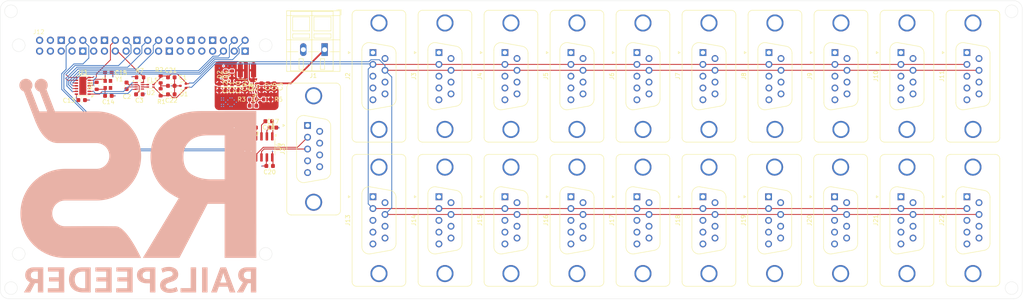
<source format=kicad_pcb>
(kicad_pcb (version 20240108) (generator "pcbnew") (generator_version "8.0")
  (layers (0 "F.Cu" power) (1 "In1.Cu" power) (2 "In2.Cu" signal) (31 "B.Cu" signal) (34 "B.Paste" user) (35 "F.Paste" user) (36 "B.SilkS" user "B.Silkscreen") (37 "F.SilkS" user "F.Silkscreen") (38 "B.Mask" user) (39 "F.Mask" user) (44 "Edge.Cuts" user))
  (net 0 "")
  (net 1 "GND")
  (net 2 "Net-(C1-Pad1)")
  (net 3 "+5V")
  (net 4 "+3V3")
  (net 5 "Net-(U1-FB)")
  (net 6 "VBUS")
  (net 7 "Net-(C14-Pad2)")
  (net 8 "Net-(U3-OSC1)")
  (net 9 "Net-(U4-V-)")
  (net 10 "Net-(U4-V+)")
  (net 11 "Net-(U4-C1+)")
  (net 12 "Net-(U4-C1-)")
  (net 13 "Net-(U4-C2+)")
  (net 14 "Net-(U4-C2-)")
  (net 15 "/CANH")
  (net 16 "/CANL")
  (net 17 "Net-(D2-A)")
  (net 18 "Net-(U2-CANL)")
  (net 19 "Net-(U2-CANH)")
  (net 71 "/MISO")
  (net 72 "/MOSI")
  (net 76 "/INT0")
  (net 80 "/CS")
  (net 83 "/INT1")
  (net 85 "/TX")
  (net 89 "/INT")
  (net 94 "/SCK")
  (net 96 "/RX")
  (net 97 "/CAN_STB")
  (net 149 "Net-(J23-Pin_3)")
  (net 152 "Net-(J23-Pin_2)")
  (net 156 "Net-(U1-SW)")
  (net 157 "Net-(U3-OSC2)")
  (net 158 "/CANTX")
  (net 159 "/CANRX")
  (footprint "Resistor_SMD:R_0603_1608Metric" (layer "F.Cu") (at 88.745 75.845)
    (property "Reference" "R5")
    (property "Value" "30k")
  )
  (footprint "Connector_Dsub:DSUB-9_Female_Vertical_P2.77x2.84mm_MountingHoles" (layer "F.Cu") (at 113.58 64.855 90)
    (property "Reference" "J2")
    (property "Value" "DSUB-9")
  )
  (footprint "Capacitor_SMD:C_0603_1608Metric" (layer "F.Cu") (at 79 73 -90)
    (property "Reference" "C11")
    (property "Value" "22uF")
  )
  (footprint "Package_SO:SOIC-16_3.9x9.9mm_P1.27mm" (layer "F.Cu") (at 85.5 87 -90)
    (property "Reference" "U4")
    (property "Value" "SN65C3232EDR")
  )
  (footprint "Resistor_SMD:R_0603_1608Metric" (layer "F.Cu") (at 80.5 70 90)
    (property "Reference" "R4")
    (property "Value" "220")
  )
  (footprint "Crystal:Crystal_SMD_Abracon_ABM10-4Pin_2.5x2.0mm" (layer "F.Cu") (at 51.325 72.33)
    (property "Reference" "Y1")
    (property "Value" "40MHz")
  )
  (footprint "Capacitor_SMD:C_0603_1608Metric" (layer "F.Cu") (at 87.42 72.845 -90)
    (property "Reference" "C7")
    (property "Value" "0.1uF")
  )
  (footprint "Capacitor_SMD:C_0603_1608Metric" (layer "F.Cu") (at 66.225 72.655)
    (property "Reference" "C1")
    (property "Value" "4.7nF")
  )
  (footprint "Connector_Dsub:DSUB-9_Female_Vertical_P2.77x2.84mm_MountingHoles" (layer "F.Cu") (at 160.08 64.855 90)
    (property "Reference" "J5")
    (property "Value" "DSUB-9")
  )
  (footprint "Connector_Dsub:DSUB-9_Female_Vertical_P2.77x2.84mm_MountingHoles" (layer "F.Cu") (at 237.58 98.71 90)
    (property "Reference" "J21")
    (property "Value" "DSUB-9")
  )
  (footprint "Connector_Dsub:DSUB-9_Female_Vertical_P2.77x2.84mm_MountingHoles" (layer "F.Cu") (at 206.58 64.855 90)
    (property "Reference" "J8")
    (property "Value" "DSUB-9")
  )
  (footprint "Connector_Dsub:DSUB-9_Female_Vertical_P2.77x2.84mm_MountingHoles" (layer "F.Cu") (at 191.08 64.855 90)
    (property "Reference" "J7")
    (property "Value" "DSUB-9")
  )
  (footprint "Capacitor_SMD:C_0603_1608Metric" (layer "F.Cu") (at 55.725 72.655 90)
    (property "Reference" "C2")
    (property "Value" "0.1uF")
  )
  (footprint "Resistor_SMD:R_0603_1608Metric" (layer "F.Cu") (at 63.725 74.155 90)
    (property "Reference" "R1")
    (property "Value" "60")
  )
  (footprint "Connector_Dsub:DSUB-9_Female_Vertical_P2.77x2.84mm_MountingHoles" (layer "F.Cu") (at 237.58 64.855 90)
    (property "Reference" "J10")
    (property "Value" "DSUB-9")
  )
  (footprint "Resistor_SMD:R_0603_1608Metric" (layer "F.Cu") (at 85.42 75.845)
    (property "Reference" "R3")
    (property "Value" "220k")
  )
  (footprint "Capacitor_SMD:C_0603_1608Metric" (layer "F.Cu") (at 82.325 82.475 180)
    (property "Reference" "C16")
    (property "Value" "0.1uF")
  )
  (footprint "Inductor_SMD:L_CommonModeChoke_Coilcraft_0603USB" (layer "F.Cu") (at 61.38 72.655 90)
    (property "Reference" "FL1")
    (property "Value" "Choke")
  )
  (footprint "Capacitor_SMD:C_0603_1608Metric" (layer "F.Cu") (at 77.5 73 -90)
    (property "Reference" "C12")
    (property "Value" "0.1uF")
  )
  (footprint "Connector_Dsub:DSUB-9_Female_Vertical_P2.77x2.84mm_MountingHoles" (layer "F.Cu") (at 191.08 98.71 90)
    (property "Reference" "J18")
    (property "Value" "DSUB-9")
  )
  (footprint "Capacitor_SMD:C_0603_1608Metric" (layer "F.Cu") (at 88.92 72.845 -90)
    (property "Reference" "C6")
    (property "Value" "10uF")
  )
  (footprint "Capacitor_SMD:C_0603_1608Metric" (layer "F.Cu") (at 83.5 73 -90)
    (property "Reference" "C8")
    (property "Value" "22uF")
  )
  (footprint "Capacitor_SMD:C_0603_1608Metric" (layer "F.Cu") (at 90.1 82.475)
    (property "Reference" "C17")
    (property "Value" "0.1uF")
  )
  (footprint "Connector_Dsub:DSUB-9_Female_Vertical_P2.77x2.84mm_MountingHoles" (layer "F.Cu") (at 113.58 98.71 90)
    (property "Reference" "J13")
    (property "Value" "DSUB-9")
  )
  (footprint "Capacitor_SMD:C_0603_1608Metric" (layer "F.Cu") (at 90.42 72.845 -90)
    (property "Reference" "C5")
    (property "Value" "10uF")
  )
  (footprint "Connector_Dsub:DSUB-9_Female_Vertical_P2.77x2.84mm_MountingHoles" (layer "F.Cu") (at 253.08 98.71 90)
    (property "Reference" "J22")
    (property "Value" "DSUB-9")
  )
  (footprint "railspeeder:SOT5x3_DRL_TEX" (layer "F.Cu") (at 85.499999 73.1491 -90)
    (property "Reference" "U1")
    (property "Value" "TPS566242DRLR")
  )
  (footprint "Capacitor_SMD:C_0603_1608Metric" (layer "F.Cu") (at 85.325 82.475 180)
    (property "Reference" "C19")
    (property "Value" "0.1uF")
  )
  (footprint "Connector_Dsub:DSUB-9_Female_Vertical_P2.77x2.84mm_MountingHoles" (layer "F.Cu") (at 129.08 64.855 90)
    (property "Reference" "J3")
    (property "Value" "DSUB-9")
  )
  (footprint "Connector_Dsub:DSUB-9_Female_Vertical_P2.77x2.84mm_MountingHoles" (layer "F.Cu") (at 222 98.71 90)
    (property "Reference" "J20")
    (property "Value" "DSUB-9")
  )
  (footprint "Capacitor_SMD:C_0603_1608Metric" (layer "F.Cu") (at 51.45 75.005 180)
    (property "Reference" "C14")
    (property "Value" "CL")
  )
  (footprint "Capacitor_SMD:C_0603_1608Metric" (layer "F.Cu") (at 85.42 77.345)
    (property "Reference" "C4")
    (property "Value" "33pF")
  )
  (footprint "Capacitor_SMD:C_0603_1608Metric" (layer "F.Cu") (at 89.325 91.475 180)
    (property "Reference" "C20")
    (property "Value" "0.1uF")
  )
  (footprint "TerminalBlock_WAGO:TerminalBlock_WAGO_236-102_1x02_P5.00mm_45Degree" (layer "F.Cu") (at 102.23 64.155 180)
    (property "Reference" "J1")
    (property "Value" "BATT")
  )
  (footprint "Connector_Dsub:DSUB-9_Female_Vertical_P2.77x2.84mm_MountingHoles" (layer "F.Cu") (at 129.08 98.71 90)
    (property "Reference" "J14")
    (property "Value" "DSUB-9")
  )
  (footprint "Capacitor_SMD:C_0603_1608Metric" (layer "F.Cu") (at 82 73 -90)
    (property "Reference" "C9")
    (property "Value" "22uF")
  )
  (footprint "Capacitor_SMD:C_0603_1608Metric" (layer "F.Cu") (at 45.175 76.005)
    (property "Reference" "C13")
    (property "Value" "0.1uF")
  )
  (footprint "LED_SMD:LED_0603_1608Metric" (layer "F.Cu") (at 79 70 90)
    (property "Reference" "D2")
    (property "Value" "GREEN")
  )
  (footprint "Resistor_SMD:R_0603_1608Metric" (layer "F.Cu") (at 63.725 71.155 -90)
    (property "Reference" "R2")
    (property "Value" "60")
  )
  (footprint "Connector_Dsub:DSUB-9_Female_Vertical_P2.77x2.84mm_MountingHoles" (layer "F.Cu") (at 175.58 98.71 90)
    (property "Reference" "J17")
    (property "Value" "DSUB-9")
  )
  (footprint "Connector_Dsub:DSUB-9_Female_Vertical_P2.77x2.84mm_MountingHoles" (layer "F.Cu") (at 206.5 98.71 90)
    (property "Reference" "J19")
    (property "Value" "DSUB-9")
  )
  (footprint "Capacitor_SMD:C_0603_1608Metric" (layer "F.Cu") (at 66.225 70.655 180)
    (property "Reference" "C21")
    (property "Value" "4.7nF")
  )
  (footprint "Capacitor_SMD:C_0603_1608Metric" (layer "F.Cu") (at 89.1 80.975 180)
    (property "Reference" "C18")
    (property "Value" "0.1uF")
  )
  (footprint "Capacitor_SMD:C_0603_1608Metric" (layer "F.Cu") (at 58.725 74.655 180)
    (property "Reference" "C3")
    (property "Value" "0.1uF")
  )
  (footprint "railspeeder:RPI_Hat_B+" (layer "F.Cu") (at 59.4 63.122)
    (property "Reference" "J12")
    (property "Value" "Raspberry_Pi")
    (fp_circle (center -29 0) (end -30.500001 -0.000001) (stroke (width 0.05)) (fill none) (layer "Edge.Cuts"))
    (fp_circle (center -29 49) (end -30.500001 49.000001) (stroke (width 0.05)) (fill none) (layer "Edge.Cuts"))
    (fp_circle (center 29 0) (end 30.500001 -0.000001) (stroke (width 0.05)) (fill none) (layer "Edge.Cuts"))
    (fp_circle (center 29 49) (end 30.500001 49.000001) (stroke (width 0.05)) (fill none) (layer "Edge.Cuts"))
  )
  (footprint "Connector_Dsub:DSUB-9_Female_Vertical_P2.77x2.84mm_MountingHoles" (layer "F.Cu") (at 144.58 64.855 90)
    (property "Reference" "J4")
    (property "Value" "DSUB-9")
  )
  (footprint "Connector_Dsub:DSUB-9_Female_Vertical_P2.77x2.84mm_MountingHoles" (layer "F.Cu") (at 222.08 64.855 90)
    (property "Reference" "J9")
    (property "Value" "DSUB-9")
  )
  (footprint "Resistor_SMD:R_0603_1608Metric" (layer "F.Cu") (at 48.7 72.655 90)
    (property "Reference" "R6")
    (property "Value" "REXT")
  )
  (footprint "Resistor_SMD:R_0603_1608Metric" (layer "F.Cu") (at 58.9 70.655 180)
    (property "Reference" "R7")
    (property "Value" "5.1k")
  )
  (footprint "Inductor_SMD_Wurth:L_Wurth_WE-LQSH-4020" (layer "F.Cu") (at 84 69 180)
    (property "Reference" "L1")
    (property "Value" "2.2uH")
  )
  (footprint "Package_DFN_QFN:DFN-14-1EP_3x4.5mm_P0.65mm_EP1.65x4.25mm" (layer "F.Cu") (at 45.45 72.655 180)
    (property "Reference" "U3")
    (property "Value" "MCP2517FD-xJHA")
  )
  (footprint "Connector_Dsub:DSUB-9_Female_Vertical_P2.77x2.84mm_MountingHoles" (layer "F.Cu") (at 98.24 81.96 90)
    (property "Reference" "J23")
    (property "Value" "DSUB-9")
  )
  (footprint "Connector_Dsub:DSUB-9_Female_Vertical_P2.77x2.84mm_MountingHoles" (layer "F.Cu") (at 175.58 64.855 90)
    (property "Reference" "J6")
    (property "Value" "DSUB-9")
  )
  (footprint "Connector_Dsub:DSUB-9_Female_Vertical_P2.77x2.84mm_MountingHoles" (layer "F.Cu") (at 253.08 64.855 90)
    (property "Reference" "J11")
    (property "Value" "DSUB-9")
  )
  (footprint "Capacitor_SMD:C_0603_1608Metric" (layer "F.Cu") (at 51.45 69.505 180)
    (property "Reference" "C15")
    (property "Value" "CL")
  )
  (footprint "Connector_Dsub:DSUB-9_Female_Vertical_P2.77x2.84mm_MountingHoles" (layer "F.Cu") (at 160.08 98.71 90)
    (property "Reference" "J16")
    (property "Value" "DSUB-9")
  )
  (footprint "Connector_Dsub:DSUB-9_Female_Vertical_P2.77x2.84mm_MountingHoles" (layer "F.Cu") (at 144.58 98.71 90)
    (property "Reference" "J15")
    (property "Value" "DSUB-9")
  )
  (footprint "Capacitor_SMD:C_0603_1608Metric" (layer "F.Cu") (at 80.5 73 -90)
    (property "Reference" "C10")
    (property "Value" "22uF")
  )
  (footprint "Package_TO_SOT_SMD:SOT-416" (layer "F.Cu") (at 69.02 72.655 180)
    (property "Reference" "D1")
    (property "Value" "ESDCAN03-2BM3Y")
  )
  (footprint "Capacitor_SMD:C_0603_1608Metric" (layer "F.Cu") (at 66.225 74.655 180)
    (property "Reference" "C22")
    (property "Value" "4.7nF")
  )
  (footprint "Package_SON:Texas_VSON-HR-8_1.5x2mm_P0.5mm" (layer "F.Cu") (at 58.725 72.655)
    (property "Reference" "U2")
    (property "Value" "TCAN1044VDDFR")
  )
  (gr_poly (pts (xy 53.324585 116.278728) (xy 55.877354 116.278728) (xy 55.877354 117.625244) (xy 53.567703 117.625244) (xy 53.567703 118.607078) (xy 55.877354 118.607078) (xy 55.877354 120.187358) (xy 53.296532 120.187358) (xy 53.296532 121.178546) (xy 57.158413 121.178546) (xy 57.158413 115.287544) (xy 53.324585 115.287544)) (stroke (width -0.000001)) (fill solid) (layer "B.SilkS"))
  (gr_poly (pts (xy 48.396713 116.278728) (xy 50.949482 116.278728) (xy 50.949482 117.625244) (xy 48.639835 117.625244) (xy 48.639835 118.607078) (xy 50.949482 118.607078) (xy 50.949482 120.187358) (xy 48.368664 120.187358) (xy 48.368664 121.178546) (xy 52.230541 121.178546) (xy 52.230541 115.287544) (xy 48.396713 115.287544)) (stroke (width -0.000001)) (fill solid) (layer "B.SilkS"))
  (gr_poly (pts (xy 83.826371 115.289808) (xy 83.707952 115.296602) (xy 83.593185 115.307925) (xy 83.537172 115.315285) (xy 83.482072 115.323777) (xy 83.427885 115.333402) (xy 83.374611 115.344159) (xy 83.32225 115.356049) (xy 83.270803 115.36907) (xy 83.220268 115.383225) (xy 83.170647 115.398512) (xy 83.121939 115.414931) (xy 83.074144 115.432483) (xy 83.027298 115.451002) (xy 82.981439 115.470325) (xy 82.936566 115.490451) (xy 82.892679 115.51138) (xy 82.849779 115.533113) (xy 82.807865 115.55565) (xy 82.766937 115.57899) (xy 82.726995 115.603134) (xy 82.688039 115.628081) (xy 82.65007 115.653832) (xy 82.613087 115.680386) (xy 82.57709 115.707744) (xy 82.54208 115.735906) (xy 82.508055 115.764872) (xy 82.475017 115.794641) (xy 82.442965 115.825214) (xy 82.411899 115.856517) (xy 82.381819 115.888478) (xy 82.352726 115.921096) (xy 82.324618 115.954372) (xy 82.297497 115.988305) (xy 82.271363 116.022896) (xy 82.246214 116.058143) (xy 82.222052 116.094049) (xy 82.198876 116.130612) (xy 82.176686 116.167832) (xy 82.155483 116.20571) (xy 82.135265 116.244246) (xy 82.116034 116.283439) (xy 82.097789 116.323289) (xy 82.08053 116.363798) (xy 82.064258 116.404964) (xy 82.048971 116.446659) (xy 82.034671 116.488756) (xy 82.021357 116.531254) (xy 82.00903 116.574155) (xy 81.997688 116.617457) (xy 81.987333 116.661161) (xy 81.977964 116.705267) (xy 81.969581 116.749774) (xy 81.962184 116.794684) (xy 81.955774 116.839995) (xy 81.95035 116.885708) (xy 81.945912 116.931823) (xy 81.94246 116.978339) (xy 81.939994 117.025258) (xy 81.938515 117.072578) (xy 81.938022 117.1203) (xy 81.939702 117.20789) (xy 81.944743 117.292996) (xy 81.948523 117.334618) (xy 81.953144 117.375619) (xy 81.958605 117.415999) (xy 81.964905 117.455757) (xy 81.972046 117.494896) (xy 81.980027 117.533413) (xy 81.988849 117.571309) (xy 81.99851 117.608584) (xy 82.009011 117.645238) (xy 82.020353 117.681272) (xy 82.032534 117.716684) (xy 82.045556 117.751476) (xy 82.073316 117.81927) (xy 82.102829 117.884727) (xy 82.134096 117.947846) (xy 82.167116 118.008627) (xy 82.201889 118.06707) (xy 82.219933 118.095414) (xy 82.238416 118.123175) (xy 82.257337 118.15035) (xy 82.276696 118.176941) (xy 82.296493 118.202948) (xy 82.316729 118.22837) (xy 82.33733 118.253245) (xy 82.358223 118.277608) (xy 82.379409 118.30146) (xy 82.400886 118.324801) (xy 82.422656 118.34763) (xy 82.444718 118.369948) (xy 82.467072 118.391754) (xy 82.489718 118.413049) (xy 82.512657 118.433833) (xy 82.535888 118.454105) (xy 82.559411 118.473866) (xy 82.583226 118.493115) (xy 82.607334 118.511853) (xy 82.631734 118.530079) (xy 82.656426 118.547794) (xy 82.68141 118.564998) (xy 82.731452 118.598091) (xy 82.781055 118.629576) (xy 82.83022 118.659455) (xy 82.878946 118.687726) (xy 82.927234 118.714391) (xy 82.975084 118.739448) (xy 83.022495 118.762898) (xy 83.069468 118.78474) (xy 81.629445 121.178546) (xy 83.09752 121.178546) (xy 84.228966 119.009162) (xy 84.911574 119.009162) (xy 84.911574 121.178546) (xy 86.183283 121.178546) (xy 86.183283 118.027324) (xy 84.911574 118.027324) (xy 84.406632 118.027324) (xy 84.344226 118.026521) (xy 84.283245 118.02411) (xy 84.223688 118.020092) (xy 84.165556 118.014467) (xy 84.108849 118.007235) (xy 84.053566 117.998396) (xy 83.999708 117.98795) (xy 83.947274 117.975896) (xy 83.896265 117.962236) (xy 83.84668 117.946968) (xy 83.79852 117.930093) (xy 83.751784 117.91161) (xy 83.706473 117.891521) (xy 83.662586 117.869824) (xy 83.620124 117.84652) (xy 83.579086 117.821609) (xy 83.559239 117.808487) (xy 83.540021 117.794835) (xy 83.521434 117.780653) (xy 83.503476 117.765942) (xy 83.486149 117.750702) (xy 83.469452 117.734931) (xy 83.453385 117.718631) (xy 83.437948 117.701802) (xy 83.423141 117.684443) (xy 83.408964 117.666554) (xy 83.395417 117.648136) (xy 83.3825 117.629188) (xy 83.370214 117.60971) (xy 83.358557 117.589702) (xy 83.347531 117.569165) (xy 83.337134 117.548099) (xy 83.327368 117.526503) (xy 83.318232 117.504377) (xy 83.309726 117.481721) (xy 83.30185 117.458536) (xy 83.294604 117.434821) (xy 83.287988 117.410577) (xy 83.282002 117.385802) (xy 83.276647 117.360499) (xy 83.267826 117.308302) (xy 83.261525 117.253986) (xy 83.257744 117.197552) (xy 83.256484 117.138999) (xy 83.257489 117.08715) (xy 83.260502 117.036799) (xy 83.265524 116.987945) (xy 83.272556 116.940589) (xy 83.281596 116.89473) (xy 83.292645 116.850369) (xy 83.305703 116.807505) (xy 83.32077 116.766139) (xy 83.337846 116.72627) (xy 83.356932 116.687899) (xy 83.378026 116.651026) (xy 83.401129 116.615649) (xy 83.426241 116.581771) (xy 83.453362 116.54939) (xy 83.482492 116.518506) (xy 83.513631 116.48912) (xy 83.546706 116.461378) (xy 83.581644 116.435426) (xy 83.618444 116.411264) (xy 83.657108 116.388892) (xy 83.697634 116.368309) (xy 83.740023 116.349517) (xy 83.784274 116.332514) (xy 83.830389 116.317301) (xy 83.878366 116.303877) (xy 83.928207 116.292244) (xy 83.97991 116.2824) (xy 84.033476 116.274346) (xy 84.088905 116.268082) (xy 84.146197 116.263608) (xy 84.205352 116.260923) (xy 84.26637 116.260028) (xy 84.911574 116.260028) (xy 84.911574 118.027324) (xy 86.183283 118.027324) (xy 86.183283 115.287544) (xy 83.948443 115.287544)) (stroke (width -0.000001)) (fill solid) (layer "B.SilkS"))
  (gr_poly (pts (xy 37.259915 116.278728) (xy 39.812683 116.278728) (xy 39.812683 117.625244) (xy 37.503037 117.625244) (xy 37.503037 118.607078) (xy 39.812683 118.607078) (xy 39.812683 120.187358) (xy 37.231865 120.187358) (xy 37.231865 121.178546) (xy 41.093742 121.178546) (xy 41.093742 115.287544) (xy 37.259915 115.287544)) (stroke (width -0.000001)) (fill solid) (layer "B.SilkS"))
  (gr_poly (pts (xy 60.294798 115.289443) (xy 60.170828 115.295141) (xy 60.049926 115.304638) (xy 59.932091 115.317934) (xy 59.817325 115.335029) (xy 59.705627 115.355922) (xy 59.596996 115.380615) (xy 59.491432 115.409107) (xy 59.439894 115.42474) (xy 59.389305 115.44125) (xy 59.339665 115.458636) (xy 59.290976 115.476899) (xy 59.243235 115.496038) (xy 59.196445 115.516054) (xy 59.150604 115.536947) (xy 59.105713 115.558717) (xy 59.061772 115.581363) (xy 59.01878 115.604886) (xy 58.976738 115.629285) (xy 58.935645 115.654561) (xy 58.895503 115.680714) (xy 58.85631 115.707744) (xy 58.818067 115.735651) (xy 58.780773 115.764434) (xy 58.744484 115.794039) (xy 58.709255 115.824411) (xy 58.675085 115.85555) (xy 58.641973 115.887456) (xy 58.609922 115.920129) (xy 58.578929 115.953569) (xy 58.548996 115.987776) (xy 58.520122 116.02275) (xy 58.492307 116.058491) (xy 58.465551 116.094999) (xy 58.439855 116.132274) (xy 58.415217 116.170316) (xy 58.391639 116.209126) (xy 58.36912 116.248702) (xy 58.34766 116.289046) (xy 58.327259 116.330158) (xy 58.30801 116.372036) (xy 58.290002 116.414681) (xy 58.273237 116.458093) (xy 58.257713 116.502272) (xy 58.243432 116.547218) (xy 58.230392 116.592931) (xy 58.218595 116.63941) (xy 58.208039 116.686657) (xy 58.198725 116.734671) (xy 58.190653 116.783452) (xy 58.183823 116.833) (xy 58.178235 116.883315) (xy 58.173889 116.934397) (xy 58.170784 116.986246) (xy 58.168922 117.038863) (xy 58.168301 117.092246) (xy 58.169031 117.154817) (xy 58.171223 117.216292) (xy 58.174875 117.27667) (xy 58.179988 117.335953) (xy 58.186563 117.39414) (xy 58.194598 117.451232) (xy 58.204094 117.507227) (xy 58.215052 117.562126) (xy 58.22747 117.61593) (xy 58.24135 117.668638) (xy 58.256691 117.72025) (xy 58.273493 117.770766) (xy 58.291756 117.820186) (xy 58.31148 117.86851) (xy 58.332666 117.915739) (xy 58.355312 117.961871) (xy 58.379219 118.006964) (xy 58.404184 118.05107) (xy 58.430209 118.094189) (xy 58.457294 118.136323) (xy 58.485437 118.17747) (xy 58.51464 118.21763) (xy 58.544902 118.256805) (xy 58.576223 118.294993) (xy 58.608604 118.332195) (xy 58.642044 118.368411) (xy 58.676543 118.403641) (xy 58.712102 118.437885) (xy 58.74872 118.471142) (xy 58.786397 118.503414) (xy 58.825134 118.534699) (xy 58.864929 118.564998) (xy 58.905675 118.594329) (xy 58.947261 118.622711) (xy 58.989687 118.650142) (xy 59.032953 118.676624) (xy 59.077059 118.702156) (xy 59.122005 118.726738) (xy 59.167791 118.75037) (xy 59.214417 118.773053) (xy 59.261883 118.794786) (xy 59.310189 118.815569) (xy 59.359335 118.835403) (xy 59.409321 118.854287) (xy 59.460148 118.872221) (xy 59.511814 118.889205) (xy 59.564321 118.90524) (xy 59.617668 118.920326) (xy 59.72608 118.947722) (xy 59.836245 118.971464) (xy 59.948162 118.991554) (xy 60.061833 119.007991) (xy 60.177256 119.020775) (xy 60.294433 119.029907) (xy 60.413363 119.035386) (xy 60.534046 119.037212) (xy 61.207306 119.037212) (xy 61.207306 121.178546) (xy 62.488365 121.178546) (xy 62.488365 118.055381) (xy 61.207306 118.055381) (xy 60.683662 118.055381) (xy 60.623247 118.054724) (xy 60.563562 118.052751) (xy 60.504609 118.049464) (xy 60.446385 118.044861) (xy 60.388893 118.038944) (xy 60.332131 118.031711) (xy 60.2761 118.023164) (xy 60.220799 118.013301) (xy 60.193549 118.007786) (xy 60.166738 118.001759) (xy 60.140366 117.99522) (xy 60.114432 117.988171) (xy 60.088936 117.98061) (xy 60.063879 117.972537) (xy 60.039261 117.963954) (xy 60.01508 117.954859) (xy 59.991338 117.945252) (xy 59.968034 117.935134) (xy 59.945169 117.924505) (xy 59.922741 117.913365) (xy 59.900752 117.901713) (xy 59.879201 117.88955) (xy 59.858089 117.876875) (xy 59.837414 117.863689) (xy 59.817233 117.849991) (xy 59.7976 117.835783) (xy 59.778515 117.821062) (xy 59.759977 117.805831) (xy 59.741988 117.790088) (xy 59.724547 117.773834) (xy 59.707653 117.757069) (xy 59.691308 117.739792) (xy 59.67551 117.722004) (xy 59.66026 117.703704) (xy 59.645559 117.684893) (xy 59.631405 117.665571) (xy 59.617799 117.645737) (xy 59.604741 117.625392) (xy 59.592231 117.604535) (xy 59.580269 117.583167) (xy 59.568945 117.561196) (xy 59.558352 117.538531) (xy 59.548489 117.515172) (xy 59.539357 117.491119) (xy 59.530956 117.466372) (xy 59.523285 117.440931) (xy 59.516345 117.414796) (xy 59.510135 117.387967) (xy 59.504656 117.360445) (xy 59.499908 117.332228) (xy 59.49589 117.303317) (xy 59.492603 117.273712) (xy 59.490046 117.243414) (xy 59.48822 117.212421) (xy 59.487125 117.180734) (xy 59.486759 117.148353) (xy 59.487965 117.092029) (xy 59.491581 117.037604) (xy 59.497608 116.985078) (xy 59.506045 116.934453) (xy 59.516894 116.885726) (xy 59.530153 116.838899) (xy 59.545823 116.793972) (xy 59.563903 116.750944) (xy 59.584395 116.709815) (xy 59.607297 116.670585) (xy 59.63261 116.633255) (xy 59.660333 116.597824) (xy 59.690467 116.564293) (xy 59.723012 116.53266) (xy 59.757968 116.502927) (xy 59.795334 116.475093) (xy 59.834564 116.44905) (xy 59.875108 116.424688) (xy 59.916968 116.402005) (xy 59.960143 116.381003) (xy 60.004632 116.361681) (xy 60.050436 116.344039) (xy 60.097556 116.328077) (xy 60.14599 116.313795) (xy 60.195739 116.301193) (xy 60.246803 116.290272) (xy 60.299183 116.281031) (xy 60.352877 116.27347) (xy 60.407886 116.267589) (xy 60.46421 116.263389) (xy 60.521849 116.260868) (xy 60.580803 116.260028) (xy 61.207306 116.260028) (xy 61.207306 118.055381) (xy 62.488365 118.055381) (xy 62.488365 115.287544) (xy 60.421837 115.287544)) (stroke (width -0.000001)) (fill solid) (layer "B.SilkS"))
  (gr_poly (pts (xy 32 71) (xy 31.922152 71.00592) (xy 31.845436 71.015668) (xy 31.769948 71.029149) (xy 31.695784 71.046266) (xy 31.623041 71.066922) (xy 31.551816 71.091022) (xy 31.482204 71.11847) (xy 31.414301 71.149168) (xy 31.348205 71.18302) (xy 31.284011 71.219931) (xy 31.221816 71.259804) (xy 31.161715 71.302542) (xy 31.103806 71.348049) (xy 31.048185 71.39623) (xy 30.994948 71.446986) (xy 30.944191 71.500224) (xy 30.896011 71.555845) (xy 30.850503 71.613754) (xy 30.807765 71.673854) (xy 30.767893 71.736049) (xy 30.730982 71.800243) (xy 30.697129 71.866339) (xy 30.666431 71.934242) (xy 30.638984 72.003854) (xy 30.614884 72.075079) (xy 30.594227 72.147822) (xy 30.577111 72.221986) (xy 30.56363 72.297474) (xy 30.553881 72.37419) (xy 30.547962 72.452038) (xy 30.545967 72.530921) (xy 30.547271 72.594717) (xy 30.551147 72.65785) (xy 30.557546 72.720268) (xy 30.566416 72.78192) (xy 30.577706 72.842757) (xy 30.591367 72.902728) (xy 30.607347 72.96178) (xy 30.625595 73.019865) (xy 30.646061 73.076931) (xy 30.668694 73.132927) (xy 30.693443 73.187802) (xy 30.720258 73.241507) (xy 30.749087 73.293989) (xy 30.77988 73.345199) (xy 30.812586 73.395085) (xy 30.847154 73.443597) (xy 30.883534 73.490684) (xy 30.921675 73.536295) (xy 30.961526 73.58038) (xy 31.003036 73.622888) (xy 31.046155 73.663767) (xy 31.090832 73.702968) (xy 31.137015 73.740439) (xy 31.184655 73.77613) (xy 31.233701 73.80999) (xy 31.284101 73.841968) (xy 31.335805 73.872013) (xy 31.388763 73.900075) (xy 31.442923 73.926103) (xy 31.498235 73.950047) (xy 31.554647 73.971854) (xy 31.61211 73.991475) (xy 34.464748 81.434205) (xy 34.490162 81.424463) (xy 34.663584 81.826074) (xy 34.854425 82.233678) (xy 35.063106 82.642858) (xy 35.290044 83.049201) (xy 35.535661 83.448293) (xy 35.800375 83.83572) (xy 36.084607 84.207066) (xy 36.388774 84.557919) (xy 36.713299 84.883863) (xy 36.883325 85.036115) (xy 37.058598 85.180484) (xy 37.23917 85.316419) (xy 37.425093 85.443369) (xy 37.61642 85.56078) (xy 37.813203 85.668102) (xy 38.015494 85.764783) (xy 38.223347 85.85027) (xy 38.436813 85.924013) (xy 38.655944 85.985459) (xy 38.880795 86.034056) (xy 39.111416 86.069253) (xy 39.34786 86.090499) (xy 39.59018 86.09724) (xy 48.691876 86.097211) (xy 48.691876 86.097476) (xy 48.846007 86.103257) (xy 48.99808 86.116627) (xy 49.147909 86.1374) (xy 49.295308 86.165391) (xy 49.44009 86.200414) (xy 49.58207 86.242282) (xy 49.721063 86.29081) (xy 49.856881 86.345813) (xy 49.98934 86.407103) (xy 50.118254 86.474496) (xy 50.243435 86.547805) (xy 50.3647 86.626844) (xy 50.481861 86.711428) (xy 50.594733 86.801371) (xy 50.70313 86.896487) (xy 50.806866 86.996589) (xy 50.905755 87.101492) (xy 50.999611 87.21101) (xy 51.088249 87.324958) (xy 51.171482 87.443149) (xy 51.249125 87.565397) (xy 51.320992 87.691517) (xy 51.386896 87.821322) (xy 51.446652 87.954627) (xy 51.500075 88.091246) (xy 51.546977 88.230993) (xy 51.587174 88.373681) (xy 51.620479 88.519126) (xy 51.646706 88.667141) (xy 51.66567 88.817541) (xy 51.677185 88.970139) (xy 51.681065 89.12475) (xy 51.677185 89.279361) (xy 51.66567 89.431959) (xy 51.646706 89.582359) (xy 51.620479 89.730375) (xy 51.587174 89.87582) (xy 51.546977 90.018509) (xy 51.500075 90.158256) (xy 51.446652 90.294875) (xy 51.386896 90.42818) (xy 51.320992 90.557986) (xy 51.249125 90.684105) (xy 51.171482 90.806354) (xy 51.088249 90.924544) (xy 50.999611 91.038492) (xy 50.905755 91.14801) (xy 50.806866 91.252913) (xy 50.70313 91.353016) (xy 50.594733 91.448131) (xy 50.481861 91.538074) (xy 50.3647 91.622657) (xy 50.243435 91.701697) (xy 50.118254 91.775006) (xy 49.98934 91.842398) (xy 49.856881 91.903689) (xy 49.721063 91.958691) (xy 49.58207 92.007219) (xy 49.44009 92.049087) (xy 49.295308 92.08411) (xy 49.147909 92.112101) (xy 48.99808 92.132874) (xy 48.846007 92.146244) (xy 48.691876 92.152025) (xy 48.691876 92.152288) (xy 41.123097 92.152288) (xy 41.123097 92.153135) (xy 40.590538 92.173192) (xy 40.065094 92.219468) (xy 39.547406 92.291321) (xy 39.038116 92.38811) (xy 38.537867 92.509191) (xy 38.0473 92.653923) (xy 37.567059 92.821663) (xy 37.097785 93.011769) (xy 36.64012 93.223599) (xy 36.194707 93.456511) (xy 35.762188 93.709862) (xy 35.343204 93.983011) (xy 34.938399 94.275315) (xy 34.548414 94.586132) (xy 34.173892 94.91482) (xy 33.815474 95.260737) (xy 33.473803 95.623239) (xy 33.149522 96.001686) (xy 32.843271 96.395435) (xy 32.555695 96.803844) (xy 32.287434 97.226271) (xy 32.03913 97.662072) (xy 31.811427 98.110608) (xy 31.604966 98.571234) (xy 31.42039 99.043309) (xy 31.25834 99.52619) (xy 31.119459 100.019236) (xy 31.004389 100.521804) (xy 30.913772 101.033252) (xy 30.848251 101.552939) (xy 30.808467 102.08022) (xy 30.795063 102.614456) (xy 30.808467 103.14869) (xy 30.848251 103.675971) (xy 30.913772 104.195657) (xy 31.004389 104.707105) (xy 31.119459 105.209672) (xy 31.25834 105.702718) (xy 31.42039 106.185599) (xy 31.604966 106.657674) (xy 31.811427 107.1183) (xy 32.03913 107.566834) (xy 32.287434 108.002636) (xy 32.555695 108.425062) (xy 32.843271 108.833471) (xy 33.149522 109.22722) (xy 33.473803 109.605667) (xy 33.815474 109.96817) (xy 34.173892 110.314087) (xy 34.548414 110.642774) (xy 34.938399 110.953592) (xy 35.343204 111.245896) (xy 35.762188 111.519045) (xy 36.194707 111.772396) (xy 36.64012 112.005308) (xy 37.097785 112.217139) (xy 37.567059 112.407245) (xy 38.0473 112.574985) (xy 38.537867 112.719717) (xy 39.038116 112.840799) (xy 39.547406 112.937587) (xy 40.065094 113.009441) (xy 40.590538 113.055717) (xy 41.123097 113.075775) (xy 41.123097 113.076614) (xy 59.134874 113.076614) (xy 58.569833 111.921001) (xy 57.935916 110.735587) (xy 57.552221 110.066551) (xy 57.132079 109.375419) (xy 56.681522 108.683783) (xy 56.206582 108.013236) (xy 55.713291 107.385369) (xy 55.207681 106.821775) (xy 54.952142 106.570828) (xy 54.695786 106.344046) (xy 54.439366 106.144128) (xy 54.183636 105.973774) (xy 53.929352 105.835682) (xy 53.677265 105.732552) (xy 53.428132 105.667082) (xy 53.182705 105.641971) (xy 49.86797 105.614643) (xy 46.154029 105.61554) (xy 41.224838 105.641155) (xy 41.072119 105.633845) (xy 40.921469 105.619081) (xy 40.77307 105.597047) (xy 40.627104 105.567924) (xy 40.483754 105.531894) (xy 40.343202 105.48914) (xy 40.20563 105.439844) (xy 40.071221 105.384189) (xy 39.940156 105.322356) (xy 39.812618 105.254528) (xy 39.68879 105.180887) (xy 39.568853 105.101615) (xy 39.45299 105.016895) (xy 39.341383 104.92691) (xy 39.234214 104.83184) (xy 39.131666 104.731869) (xy 39.033921 104.627178) (xy 38.941161 104.517951) (xy 38.853569 104.404369) (xy 38.771326 104.286614) (xy 38.694615 104.164869) (xy 38.623619 104.039317) (xy 38.558519 103.910138) (xy 38.499497 103.777517) (xy 38.446737 103.641634) (xy 38.40042 103.502672) (xy 38.360729 103.360814) (xy 38.327846 103.216242) (xy 38.301952 103.069138) (xy 38.283231 102.919684) (xy 38.271865 102.768062) (xy 38.268036 102.614456) (xy 38.271916 102.459844) (xy 38.28343 102.307246) (xy 38.302395 102.156846) (xy 38.328622 102.00883) (xy 38.361927 101.863385) (xy 38.402124 101.720695) (xy 38.449027 101.580948) (xy 38.502449 101.444329) (xy 38.562205 101.311024) (xy 38.62811 101.181218) (xy 38.699977 101.055099) (xy 38.77762 100.93285) (xy 38.860853 100.814659) (xy 38.949491 100.700712) (xy 39.043348 100.591194) (xy 39.142237 100.48629) (xy 39.245973 100.386188) (xy 39.35437 100.291073) (xy 39.467242 100.20113) (xy 39.584403 100.116546) (xy 39.705668 100.037507) (xy 39.83085 99.964198) (xy 39.959763 99.896806) (xy 40.092222 99.835515) (xy 40.228041 99.780513) (xy 40.367034 99.731985) (xy 40.509014 99.690117) (xy 40.653797 99.655094) (xy 40.801195 99.627104) (xy 40.951024 99.60633) (xy 41.103097 99.592961) (xy 41.257229 99.58718) (xy 41.257229 99.586913) (xy 48.691876 99.586913) (xy 48.711037 99.586898) (xy 49.248589 99.572357) (xy 49.779066 99.531108) (xy 50.301813 99.463809) (xy 50.816176 99.371112) (xy 51.321498 99.253675) (xy 51.817126 99.112152) (xy 52.302402 98.947198) (xy 52.776674 98.759469) (xy 53.239284 98.549619) (xy 53.689578 98.318303) (xy 54.126902 98.066178) (xy 54.550599 97.793898) (xy 54.960014 97.502118) (xy 55.354493 97.191494) (xy 55.73338 96.86268) (xy 56.09602 96.516333) (xy 56.441758 96.153106) (xy 56.769938 95.773655) (xy 57.079906 95.378636) (xy 57.371006 94.968704) (xy 57.642583 94.544513) (xy 57.893982 94.106719) (xy 58.124547 93.655977) (xy 58.333625 93.192943) (xy 58.520558 92.718271) (xy 58.684693 92.232617) (xy 58.825374 91.736635) (xy 58.941946 91.230982) (xy 59.033753 90.716311) (xy 59.100141 90.193279) (xy 59.140454 89.662541) (xy 59.154038 89.124751) (xy 59.140454 88.586962) (xy 59.100141 88.056224) (xy 59.033753 87.533192) (xy 58.941946 87.018522) (xy 58.825374 86.512869) (xy 58.684693 86.016888) (xy 58.520558 85.531234) (xy 58.333625 85.056562) (xy 58.124547 84.593528) (xy 57.893982 84.142786) (xy 57.642583 83.704992) (xy 57.371006 83.280801) (xy 57.079906 82.870869) (xy 56.769938 82.47585) (xy 56.441758 82.096399) (xy 56.09602 81.733173) (xy 55.73338 81.386825) (xy 55.354493 81.058011) (xy 54.960014 80.747387) (xy 54.550599 80.455607) (xy 54.126902 80.183327) (xy 53.689578 79.931202) (xy 53.239284 79.699887) (xy 52.776674 79.490037) (xy 52.302402 79.302308) (xy 51.817126 79.137354) (xy 51.321498 78.995831) (xy 50.816176 78.878394) (xy 50.301813 78.785698) (xy 49.779066 78.718398) (xy 49.248589 78.67715) (xy 48.711037 78.662608) (xy 48.691876 78.662592) (xy 38.887272 78.662592) (xy 36.895695 73.466426) (xy 36.932178 73.417134) (xy 36.96671 73.366358) (xy 36.999234 73.314156) (xy 37.029696 73.260583) (xy 37.05804 73.205694) (xy 37.08421 73.149544) (xy 37.108151 73.092189) (xy 37.129808 73.033684) (xy 37.149124 72.974086) (xy 37.166045 72.913448) (xy 37.180515 72.851828) (xy 37.192478 72.78928) (xy 37.201879 72.72586) (xy 37.208663 72.661623) (xy 37.212775 72.596625) (xy 37.214157 72.530921) (xy 37.212163 72.452038) (xy 37.206243 72.37419) (xy 37.196495 72.297474) (xy 37.183014 72.221986) (xy 37.165897 72.147822) (xy 37.14524 72.075079) (xy 37.12114 72.003854) (xy 37.093693 71.934242) (xy 37.062995 71.866339) (xy 37.029143 71.800243) (xy 36.992232 71.736049) (xy 36.952359 71.673854) (xy 36.909621 71.613754) (xy 36.864114 71.555845) (xy 36.815933 71.500224) (xy 36.765176 71.446986) (xy 36.711939 71.39623) (xy 36.656318 71.348049) (xy 36.598409 71.302542) (xy 36.538309 71.259804) (xy 36.476114 71.219931) (xy 36.41192 71.18302) (xy 36.345823 71.149168) (xy 36.277921 71.11847) (xy 36.208309 71.091022) (xy 36.137083 71.066922) (xy 36.06434 71.046266) (xy 35.990177 71.029149) (xy 35.914688 71.015668) (xy 35.837972 71.00592) (xy 35.760124 71) (xy 35.68124 70.998005) (xy 35.602356 71) (xy 35.524508 71.00592) (xy 35.447792 71.015668) (xy 35.372304 71.029149) (xy 35.29814 71.046266) (xy 35.225397 71.066922) (xy 35.154172 71.091022) (xy 35.084559 71.11847) (xy 35.016657 71.149168) (xy 34.950561 71.18302) (xy 34.886367 71.219931) (xy 34.824171 71.259804) (xy 34.764071 71.302542) (xy 34.706162 71.348049) (xy 34.650541 71.39623) (xy 34.597304 71.446986) (xy 34.546547 71.500224) (xy 34.498367 71.555845) (xy 34.452859 71.613754) (xy 34.410121 71.673854) (xy 34.370249 71.736049) (xy 34.333338 71.800243) (xy 34.299485 71.866339) (xy 34.268787 71.934242) (xy 34.24134 72.003854) (xy 34.21724 72.075079) (xy 34.196583 72.147822) (xy 34.179467 72.221986) (xy 34.165986 72.297474) (xy 34.156237 72.37419) (xy 34.150318 72.452038) (xy 34.148323 72.530921) (xy 34.149748 72.597627) (xy 34.153986 72.663605) (xy 34.160976 72.728796) (xy 34.170663 72.793143) (xy 34.182987 72.856587) (xy 34.197891 72.91907) (xy 34.215317 72.980535) (xy 34.235205 73.040923) (xy 34.2575 73.100176) (xy 34.282141 73.158236) (xy 34.309072 73.215045) (xy 34.338234 73.270545) (xy 34.369569 73.324677) (xy 34.403019 73.377385) (xy 34.438526 73.428609) (xy 34.476031 73.478292) (xy 34.515478 73.526375) (xy 34.556808 73.572801) (xy 34.599962 73.617511) (xy 34.644882 73.660448) (xy 34.691512 73.701553) (xy 34.739791 73.740768) (xy 34.789664 73.778036) (xy 34.84107 73.813297) (xy 34.893953 73.846494) (xy 34.948254 73.87757) (xy 35.003915 73.906465) (xy 35.060878 73.933122) (xy 35.119086 73.957483) (xy 35.178479 73.979489) (xy 35.239 73.999083) (xy 35.300591 74.016207) (xy 37.081448 78.662592) (xy 35.208267 78.662592) (xy 33.241203 73.530384) (xy 33.283429 73.47913) (xy 33.323443 73.42605) (xy 33.361174 73.371216) (xy 33.396552 73.314699) (xy 33.429507 73.256569) (xy 33.459966 73.196897) (xy 33.48786 73.135754) (xy 33.513118 73.07321) (xy 33.53567 73.009336) (xy 33.555444 72.944203) (xy 33.572369 72.877882) (xy 33.586376 72.810443) (xy 33.597394 72.741956) (xy 33.605351 72.672493) (xy 33.610177 72.602125) (xy 33.611801 72.530921) (xy 33.609807 72.452038) (xy 33.603887 72.37419) (xy 33.594139 72.297474) (xy 33.580658 72.221986) (xy 33.563541 72.147822) (xy 33.542884 72.075079) (xy 33.518784 72.003854) (xy 33.491337 71.934242) (xy 33.460639 71.866339) (xy 33.426787 71.800243) (xy 33.389876 71.736049) (xy 33.350003 71.673854) (xy 33.307265 71.613754) (xy 33.261758 71.555845) (xy 33.213577 71.500224) (xy 33.16282 71.446986) (xy 33.109583 71.39623) (xy 33.053962 71.348049) (xy 32.996053 71.302542) (xy 32.935953 71.259804) (xy 32.873758 71.219931) (xy 32.809564 71.18302) (xy 32.743467 71.149168) (xy 32.675565 71.11847) (xy 32.605953 71.091022) (xy 32.534727 71.066922) (xy 32.461984 71.046266) (xy 32.387821 71.029149) (xy 32.312332 71.015668) (xy 32.235616 71.00592) (xy 32.157768 71) (xy 32.078884 70.998005)) (stroke (width -0.000001)) (fill solid) (layer "B.SilkS"))
  (gr_poly (pts (xy 73.456848 121.178546) (xy 74.737906 121.178546) (xy 74.737906 115.287544) (xy 73.456848 115.287544)) (stroke (width -0.000001)) (fill solid) (layer "B.SilkS"))
  (gr_poly (pts (xy 75.579479 121.178546) (xy 76.935345 121.178546) (xy 77.393534 119.822681) (xy 79.488113 119.822681) (xy 79.946301 121.178546) (xy 81.283465 121.178546) (xy 80.425418 118.87825) (xy 79.198238 118.87825) (xy 77.70211 118.87825) (xy 77.973284 118.092784) (xy 78.037571 117.910151) (xy 78.09952 117.726933) (xy 78.159131 117.543132) (xy 78.216406 117.358745) (xy 78.271926 117.173775) (xy 78.326277 116.988221) (xy 78.379459 116.802081) (xy 78.431473 116.615356) (xy 78.450174 116.615356) (xy 78.502773 116.793899) (xy 78.557709 116.974194) (xy 78.614983 117.156243) (xy 78.674594 117.340045) (xy 78.798492 117.712907) (xy 78.927065 118.092784) (xy 79.198238 118.87825) (xy 80.425418 118.87825) (xy 79.086029 115.287544) (xy 77.758217 115.287544)) (stroke (width -0.000001)) (fill solid) (layer "B.SilkS"))
  (gr_poly (pts (xy 73.117151 78.586097) (xy 72.402729 78.599351) (xy 71.709686 78.639112) (xy 71.038021 78.70538) (xy 70.710206 78.748454) (xy 70.387734 78.798156) (xy 70.070607 78.854484) (xy 69.758824 78.917439) (xy 69.452386 78.987021) (xy 69.151291 79.063231) (xy 68.85554 79.146067) (xy 68.565133 79.23553) (xy 68.28007 79.331621) (xy 68.000351 79.434338) (xy 67.726189 79.54272) (xy 67.4578 79.655805) (xy 67.195183 79.773592) (xy 66.938338 79.896082) (xy 66.687265 80.023275) (xy 66.441964 80.15517) (xy 66.202435 80.291769) (xy 65.968678 80.43307) (xy 65.740693 80.579074) (xy 65.518479 80.729782) (xy 65.302038 80.885192) (xy 65.091368 81.045306) (xy 64.88647 81.210122) (xy 64.687343 81.379642) (xy 64.493988 81.553865) (xy 64.306404 81.732791) (xy 64.124592 81.915993) (xy 63.948552 82.103043) (xy 63.778283 82.29394) (xy 63.613787 82.488685) (xy 63.455062 82.687277) (xy 63.30211 82.889717) (xy 63.154929 83.096005) (xy 63.01352 83.306141) (xy 62.877883 83.520124) (xy 62.748018 83.737956) (xy 62.623925 83.959635) (xy 62.505603 84.185162) (xy 62.393054 84.414538) (xy 62.286276 84.647761) (xy 62.185269 84.884833) (xy 62.090035 85.125753) (xy 62.000572 85.369773) (xy 61.916881 85.616143) (xy 61.838961 85.864865) (xy 61.766814 86.115939) (xy 61.700438 86.369363) (xy 61.639835 86.625138) (xy 61.585003 86.883265) (xy 61.535943 87.143744) (xy 61.492654 87.406574) (xy 61.455138 87.671755) (xy 61.423393 87.939288) (xy 61.39742 88.209173) (xy 61.377219 88.48141) (xy 61.362789 88.755998) (xy 61.354132 89.032938) (xy 61.351246 89.31223) (xy 61.361079 89.824852) (xy 61.390579 90.322936) (xy 61.412704 90.566526) (xy 61.439746 90.806483) (xy 61.471705 91.042805) (xy 61.50858 91.275493) (xy 61.550372 91.504547) (xy 61.59708 91.729967) (xy 61.648706 91.951753) (xy 61.705248 92.169905) (xy 61.766706 92.384423) (xy 61.833082 92.595308) (xy 61.904374 92.802558) (xy 61.980583 93.006175) (xy 62.143049 93.402934) (xy 62.315775 93.78601) (xy 62.498762 94.155405) (xy 62.69201 94.511118) (xy 62.895519 94.853149) (xy 63.001122 95.019034) (xy 63.10929 95.181498) (xy 63.220023 95.340542) (xy 63.333321 95.496166) (xy 63.449185 95.64837) (xy 63.567614 95.797153) (xy 63.68818 95.942732) (xy 63.810457 96.085317) (xy 63.934444 96.22491) (xy 64.06014 96.36151) (xy 64.187547 96.495117) (xy 64.316664 96.625731) (xy 64.447491 96.753352) (xy 64.580028 96.87798) (xy 64.714276 96.999616) (xy 64.850233 97.118258) (xy 64.987901 97.233908) (xy 65.127279 97.346565) (xy 65.268367 97.456229) (xy 65.411165 97.5629) (xy 65.555674 97.666579) (xy 65.701893 97.767265) (xy 65.994759 97.960942) (xy 66.28506 98.145212) (xy 66.572795 98.320077) (xy 66.857964 98.485535) (xy 67.140567 98.641586) (xy 67.420606 98.788232) (xy 67.69808 98.925472) (xy 67.97299 99.053306) (xy 59.545315 113.062942) (xy 68.137165 113.062942) (xy 74.758906 100.366706) (xy 78.753843 100.366706) (xy 78.753843 113.062942) (xy 86.196465 113.062942) (xy 86.193472 94.620571) (xy 78.753843 94.620571) (xy 75.798683 94.620571) (xy 75.433456 94.615868) (xy 75.076566 94.601759) (xy 74.728013 94.578244) (xy 74.387798 94.545324) (xy 74.055921 94.502997) (xy 73.73238 94.451265) (xy 73.417177 94.390127) (xy 73.110311 94.319583) (xy 72.811782 94.239632) (xy 72.52159 94.150276) (xy 72.239735 94.051514) (xy 71.966216 93.943346) (xy 71.701034 93.825772) (xy 71.44419 93.698792) (xy 71.195681 93.562406) (xy 70.955509 93.416614) (xy 70.839351 93.339817) (xy 70.726881 93.25992) (xy 70.618099 93.176924) (xy 70.513004 93.090828) (xy 70.411596 93.001632) (xy 70.313876 92.909337) (xy 70.219844 92.813942) (xy 70.129499 92.715448) (xy 70.042842 92.613854) (xy 69.959872 92.50916) (xy 69.88059 92.401367) (xy 69.804996 92.290474) (xy 69.733089 92.176481) (xy 69.66487 92.059389) (xy 69.600338 91.939197) (xy 69.539494 91.815906) (xy 69.482337 91.689514) (xy 69.428868 91.560024) (xy 69.379087 91.427433) (xy 69.332993 91.291743) (xy 69.290586 91.152953) (xy 69.251867 91.011063) (xy 69.216836 90.866073) (xy 69.185492 90.717984) (xy 69.133867 90.412507) (xy 69.096992 90.09463) (xy 69.074867 89.764354) (xy 69.067492 89.42168) (xy 69.07337 89.118232) (xy 69.091006 88.823548) (xy 69.120399 88.53763) (xy 69.16155 88.260477) (xy 69.214458 87.992088) (xy 69.279123 87.732464) (xy 69.355545 87.481605) (xy 69.443725 87.239511) (xy 69.543663 87.006181) (xy 69.655358 86.781617) (xy 69.77881 86.565816) (xy 69.91402 86.35878) (xy 70.060988 86.160509) (xy 70.219713 85.971002) (xy 70.390195 85.79026) (xy 70.572436 85.618282) (xy 70.766005 85.455923) (xy 70.970476 85.304038) (xy 71.185849 85.162629) (xy 71.412124 85.031694) (xy 71.649301 84.911235) (xy 71.89738 84.80125) (xy 72.156362 84.701739) (xy 72.426246 84.612704) (xy 72.707032 84.534144) (xy 72.998721 84.466058) (xy 73.301312 84.408447) (xy 73.614806 84.361311) (xy 73.939202 84.324649) (xy 74.274501 84.298462) (xy 74.620703 84.28275) (xy 74.977808 84.277513) (xy 78.753843 84.277513) (xy 78.753843 94.620571) (xy 86.193472 94.620571) (xy 86.190868 78.572302)) (stroke (width -0.000001)) (fill solid) (layer "B.SilkS"))
  (gr_poly (pts (xy 59.134876 113.076618) (xy 59.134876 113.076614) (xy 59.134874 113.076614)) (stroke (width -0.000001)) (fill solid) (layer "B.SilkS"))
  (gr_poly (pts (xy 33.808961 115.289808) (xy 33.690542 115.296602) (xy 33.575776 115.307925) (xy 33.519762 115.315285) (xy 33.464662 115.323777) (xy 33.410475 115.333402) (xy 33.357201 115.344159) (xy 33.304841 115.356049) (xy 33.253393 115.36907) (xy 33.202858 115.383225) (xy 33.153237 115.398512) (xy 33.104528 115.414931) (xy 33.056732 115.432483) (xy 33.009887 115.451002) (xy 32.964028 115.470325) (xy 32.919155 115.490451) (xy 32.875268 115.51138) (xy 32.832368 115.533113) (xy 32.790454 115.55565) (xy 32.749526 115.57899) (xy 32.709584 115.603134) (xy 32.670628 115.628081) (xy 32.632659 115.653832) (xy 32.595676 115.680386) (xy 32.559679 115.707744) (xy 32.524668 115.735906) (xy 32.490643 115.764872) (xy 32.457605 115.794641) (xy 32.425552 115.825214) (xy 32.394487 115.856517) (xy 32.364408 115.888478) (xy 32.335315 115.921096) (xy 32.307208 115.954372) (xy 32.280087 115.988305) (xy 32.253952 116.022896) (xy 32.228804 116.058143) (xy 32.204641 116.094049) (xy 32.181465 116.130612) (xy 32.159275 116.167832) (xy 32.138071 116.20571) (xy 32.117854 116.244246) (xy 32.098622 116.283439) (xy 32.080377 116.323289) (xy 32.063118 116.363798) (xy 32.046845 116.404964) (xy 32.031558 116.446659) (xy 32.017259 116.488756) (xy 32.003945 116.531254) (xy 31.991617 116.574155) (xy 31.980276 116.617457) (xy 31.969921 116.661161) (xy 31.960553 116.705267) (xy 31.95217 116.749774) (xy 31.944774 116.794684) (xy 31.938364 116.839995) (xy 31.93294 116.885708) (xy 31.928502 116.931823) (xy 31.92505 116.978339) (xy 31.922585 117.025258) (xy 31.921106 117.072578) (xy 31.920612 117.1203) (xy 31.922293 117.20789) (xy 31.927333 117.292996) (xy 31.931113 117.334618) (xy 31.935734 117.375619) (xy 31.941194 117.415999) (xy 31.947495 117.455757) (xy 31.954636 117.494896) (xy 31.962617 117.533413) (xy 31.971438 117.571309) (xy 31.981099 117.608584) (xy 31.9916 117.645238) (xy 32.002942 117.681272) (xy 32.015123 117.716684) (xy 32.028145 117.751476) (xy 32.055905 117.81927) (xy 32.085419 117.884727) (xy 32.116686 117.947846) (xy 32.149706 118.008627) (xy 32.184479 118.06707) (xy 32.202523 118.095414) (xy 32.221005 118.123175) (xy 32.239926 118.15035) (xy 32.259285 118.176941) (xy 32.279081 118.202948) (xy 32.299316 118.22837) (xy 32.319918 118.253245) (xy 32.340811 118.277608) (xy 32.361996 118.30146) (xy 32.383474 118.324801) (xy 32.405244 118.34763) (xy 32.427306 118.369948) (xy 32.449661 118.391754) (xy 32.472307 118.413049) (xy 32.495246 118.433833) (xy 32.518477 118.454105) (xy 32.542 118.473866) (xy 32.565815 118.493115) (xy 32.589923 118.511853) (xy 32.614322 118.530079) (xy 32.639014 118.547794) (xy 32.663998 118.564998) (xy 32.71404 118.598091) (xy 32.763643 118.629576) (xy 32.812808 118.659455) (xy 32.861534 118.687726) (xy 32.909822 118.714391) (xy 32.957672 118.739448) (xy 33.005083 118.762898) (xy 33.052055 118.78474) (xy 31.612038 121.178546) (xy 33.080113 121.178546) (xy 34.211556 119.009162) (xy 34.894165 119.009162) (xy 34.894165 121.178546) (xy 36.165871 121.178546) (xy 36.165871 118.027324) (xy 34.894165 118.027324) (xy 34.389221 118.027324) (xy 34.326816 118.026521) (xy 34.265835 118.02411) (xy 34.206278 118.020092) (xy 34.148146 118.014467) (xy 34.091439 118.007235) (xy 34.036156 117.998396) (xy 33.982298 117.98795) (xy 33.929864 117.975896) (xy 33.878855 117.962236) (xy 33.82927 117.946968) (xy 33.78111 117.930093) (xy 33.734374 117.91161) (xy 33.689063 117.891521) (xy 33.645176 117.869824) (xy 33.602714 117.84652) (xy 33.561676 117.821609) (xy 33.541828 117.808487) (xy 33.522611 117.794835) (xy 33.504023 117.780653) (xy 33.486066 117.765942) (xy 33.468739 117.750702) (xy 33.452041 117.734931) (xy 33.435974 117.718631) (xy 33.420537 117.701802) (xy 33.40573 117.684443) (xy 33.391553 117.666554) (xy 33.378006 117.648136) (xy 33.365089 117.629188) (xy 33.352802 117.60971) (xy 33.341146 117.589702) (xy 33.330119 117.569165) (xy 33.319723 117.548099) (xy 33.309956 117.526503) (xy 33.30082 117.504377) (xy 33.292314 117.481721) (xy 33.284438 117.458536) (xy 33.277192 117.434821) (xy 33.270576 117.410577) (xy 33.26459 117.385802) (xy 33.259234 117.360499) (xy 33.250413 117.308302) (xy 33.244112 117.253986) (xy 33.240331 117.197552) (xy 33.239071 117.138999) (xy 33.240075 117.08715) (xy 33.243089 117.036799) (xy 33.248111 116.987945) (xy 33.255143 116.940589) (xy 33.264183 116.89473) (xy 33.275233 116.850369) (xy 33.288291 116.807505) (xy 33.303358 116.766139) (xy 33.320434 116.72627) (xy 33.33952 116.687899) (xy 33.360614 116.651026) (xy 33.383717 116.615649) (xy 33.408829 116.581771) (xy 33.435951 116.54939) (xy 33.465081 116.518506) (xy 33.49622 116.48912) (xy 33.529295 116.461378) (xy 33.564232 116.435426) (xy 33.601033 116.411264) (xy 33.639696 116.388892) (xy 33.680222 116.368309) (xy 33.722611 116.349517) (xy 33.766862 116.332514) (xy 33.812977 116.317301) (xy 33.860954 116.303877) (xy 33.910795 116.292244) (xy 33.962498 116.2824) (xy 34.016064 116.274346) (xy 34.071493 116.268082) (xy 34.128785 116.263608) (xy 34.18794 116.260923) (xy 34.248959 116.260028) (xy 34.894165 116.260028) (xy 34.894165 118.027324) (xy 36.165871 118.027324) (xy 36.165871 115.287544) (xy 33.931034 115.287544)) (stroke (width -0.000001)) (fill solid) (layer "B.SilkS"))
  (gr_poly (pts (xy 70.78252 120.168659) (xy 68.407419 120.168659) (xy 68.407419 121.178546) (xy 72.063578 121.178546) (xy 72.063578 115.287544) (xy 70.78252 115.287544)) (stroke (width -0.000001)) (fill solid) (layer "B.SilkS"))
  (gr_poly (pts (xy 45.076744 115.29032) (xy 44.911789 115.298647) (xy 44.750634 115.312527) (xy 44.593278 115.331959) (xy 44.43972 115.356942) (xy 44.289961 115.387478) (xy 44.144001 115.423566) (xy 44.001839 115.465206) (xy 43.932329 115.488108) (xy 43.864061 115.512399) (xy 43.797035 115.538077) (xy 43.73125 115.565144) (xy 43.666708 115.593599) (xy 43.603408 115.623441) (xy 43.541349 115.654672) (xy 43.480532 115.68729) (xy 43.420957 115.721297) (xy 43.362625 115.756691) (xy 43.305534 115.793474) (xy 43.249685 115.831644) (xy 43.195078 115.871203) (xy 43.141712 115.912149) (xy 43.089589 115.954484) (xy 43.038708 115.998206) (xy 42.989159 116.043298) (xy 42.941035 116.089741) (xy 42.894336 116.137536) (xy 42.849061 116.186682) (xy 42.805211 116.237179) (xy 42.762786 116.289028) (xy 42.721785 116.342228) (xy 42.682208 116.39678) (xy 42.644056 116.452683) (xy 42.607329 116.509938) (xy 42.572026 116.568545) (xy 42.538148 116.628503) (xy 42.505694 116.689812) (xy 42.474664 116.752473) (xy 42.445059 116.816486) (xy 42.416878 116.881851) (xy 42.390269 116.948567) (xy 42.365377 117.016634) (xy 42.342201 117.086053) (xy 42.320742 117.156824) (xy 42.301 117.228945) (xy 42.282974 117.302419) (xy 42.266665 117.377244) (xy 42.252072 117.45342) (xy 42.239197 117.530948) (xy 42.228038 117.609827) (xy 42.218596 117.690058) (xy 42.21087 117.77164) (xy 42.204862 117.854574) (xy 42.20057 117.938859) (xy 42.197994 118.024496) (xy 42.197136 118.111484) (xy 42.198159 118.21111) (xy 42.201227 118.308947) (xy 42.206341 118.404993) (xy 42.2135 118.49925) (xy 42.222704 118.591717) (xy 42.233954 118.682394) (xy 42.24725 118.771281) (xy 42.262591 118.858379) (xy 42.279978 118.943686) (xy 42.29941 119.027205) (xy 42.320887 119.108933) (xy 42.34441 119.188872) (xy 42.369979 119.26702) (xy 42.397593 119.34338) (xy 42.427253 119.41795) (xy 42.458958 119.49073) (xy 42.492416 119.561847) (xy 42.527336 119.631429) (xy 42.563716 119.699478) (xy 42.601558 119.765992) (xy 42.64086 119.830973) (xy 42.681624 119.894419) (xy 42.723849 119.956331) (xy 42.767534 120.016709) (xy 42.812681 120.075553) (xy 42.859289 120.132863) (xy 42.907358 120.188639) (xy 42.956888 120.242881) (xy 43.00788 120.295588) (xy 43.060332 120.346762) (xy 43.114246 120.396401) (xy 43.169621 120.444507) (xy 43.226328 120.491061) (xy 43.284241 120.536044) (xy 43.343359 120.579456) (xy 43.403682 120.621297) (xy 43.465211 120.661568) (xy 43.527946 120.700267) (xy 43.591885 120.737396) (xy 43.65703 120.772955) (xy 43.723381 120.806943) (xy 43.790936 120.83936) (xy 43.859698 120.870206) (xy 43.929664 120.899482) (xy 44.000836 120.927187) (xy 44.073214 120.953322) (xy 44.146796 120.977887) (xy 44.221584 121.000881) (xy 44.373462 121.042521) (xy 44.52753 121.078609) (xy 44.68379 121.109145) (xy 44.842242 121.134129) (xy 45.002886 121.153562) (xy 45.165722 121.167442) (xy 45.33075 121.17577) (xy 45.497971 121.178546) (xy 47.302673 121.178546) (xy 47.302673 120.187358) (xy 46.021614 120.187358) (xy 45.582127 120.187358) (xy 45.484308 120.185824) (xy 45.387219 120.181222) (xy 45.290862 120.173552) (xy 45.195235 120.162814) (xy 45.100339 120.149007) (xy 45.006174 120.132133) (xy 44.912739 120.11219) (xy 44.820034 120.089179) (xy 44.774211 120.076358) (xy 44.729083 120.062442) (xy 44.684648 120.047429) (xy 44.640908 120.031321) (xy 44.597861 120.014117) (xy 44.555509 119.995817) (xy 44.51385 119.976421) (xy 44.472886 119.95593) (xy 44.432615 119.934343) (xy 44.393039 119.91166) (xy 44.354157 119.887881) (xy 44.315968 119.863007) (xy 44.278474 119.837037) (xy 44.241673 119.809971) (xy 44.205567 119.781809) (xy 44.170155 119.752551) (xy 44.135528 119.722124) (xy 44.101777 119.690455) (xy 44.068903 119.657545) (xy 44.036906 119.623392) (xy 44.005786 119.587997) (xy 43.975542 119.551361) (xy 43.946174 119.513483) (xy 43.917684 119.474363) (xy 43.89007 119.434001) (xy 43.863332 119.392397) (xy 43.837472 119.349551) (xy 43.812487 119.305464) (xy 43.78838 119.260134) (xy 43.765149 119.213563) (xy 43.742795 119.16575) (xy 43.721317 119.116695) (xy 43.700936 119.066196) (xy 43.681869 119.014054) (xy 43.664117 118.960269) (xy 43.64768 118.90484) (xy 43.632558 118.847767) (xy 43.61875 118.789051) (xy 43.606258 118.728691) (xy 43.595081 118.666688) (xy 43.585219 118.603041) (xy 43.576671 118.53775) (xy 43.569439 118.470815) (xy 43.563521 118.402236) (xy 43.558919 118.332014) (xy 43.555631 118.260148) (xy 43.553659 118.186638) (xy 43.553001 118.111484) (xy 43.554974 118.002068) (xy 43.560891 117.895903) (xy 43.570753 117.79299) (xy 43.58456 117.693327) (xy 43.602312 117.596916) (xy 43.624009 117.503755) (xy 43.64965 117.413845) (xy 43.679237 117.327186) (xy 43.712768 117.243778) (xy 43.750244 117.163621) (xy 43.791665 117.086714) (xy 43.837031 117.013058) (xy 43.886342 116.942653) (xy 43.939598 116.875499) (xy 43.996799 116.811595) (xy 44.057945 116.750942) (xy 44.122415 116.693759) (xy 44.189588 116.640266) (xy 44.259463 116.590462) (xy 44.332042 116.544347) (xy 44.407323 116.501922) (xy 44.485307 116.463185) (xy 44.565994 116.428138) (xy 44.649384 116.39678) (xy 44.735476 116.369112) (xy 44.824272 116.345132) (xy 44.915771 116.324842) (xy 45.009973 116.308241) (xy 45.106878 116.295329) (xy 45.206486 116.286106) (xy 45.308797 116.280572) (xy 45.413811 116.278728) (xy 46.021614 116.278728) (xy 46.021614 120.187358) (xy 47.302673 120.187358) (xy 47.302673 115.287544) (xy 45.245499 115.287544)) (stroke (width -0.000001)) (fill solid) (layer "B.SilkS"))
  (gr_poly (pts (xy 65.545784 115.186437) (xy 65.40932 115.191697) (xy 65.276948 115.200464) (xy 65.148667 115.212737) (xy 65.024477 115.228517) (xy 64.904377 115.247804) (xy 64.788369 115.270597) (xy 64.676451 115.296897) (xy 64.56804 115.325971) (xy 64.462551 115.357091) (xy 64.359984 115.390257) (xy 64.26034 115.425468) (xy 64.163618 115.462725) (xy 64.069818 115.502027) (xy 63.97894 115.543375) (xy 63.890984 115.586769) (xy 64.180859 116.54055) (xy 64.276267 116.495183) (xy 64.370797 116.452593) (xy 64.464451 116.412779) (xy 64.557228 116.375742) (xy 64.649129 116.34148) (xy 64.740153 116.309995) (xy 64.830301 116.281285) (xy 64.919573 116.255351) (xy 65.008113 116.232339) (xy 65.096069 116.212396) (xy 65.18344 116.195521) (xy 65.270227 116.181714) (xy 65.35643 116.170975) (xy 65.442048 116.163305) (xy 65.527081 116.158703) (xy 65.61153 116.157169) (xy 65.66685 116.157863) (xy 65.720599 116.159945) (xy 65.772777 116.163415) (xy 65.823385 116.168272) (xy 65.872421 116.174518) (xy 65.919888 116.182152) (xy 65.965783 116.191174) (xy 66.010108 116.201584) (xy 66.052862 116.213382) (xy 66.094046 116.226568) (xy 66.133659 116.241142) (xy 66.171701 116.257105) (xy 66.208173 116.274455) (xy 66.243074 116.293193) (xy 66.276405 116.31332) (xy 66.308165 116.334834) (xy 66.338172 116.357517) (xy 66.366242 116.38115) (xy 66.392377 116.405732) (xy 66.416576 116.431264) (xy 66.438839 116.457745) (xy 66.459167 116.485177) (xy 66.477558 116.513558) (xy 66.494013 116.542889) (xy 66.508532 116.573169) (xy 66.521116 116.604399) (xy 66.531763 116.636579) (xy 66.540475 116.669709) (xy 66.54725 116.703788) (xy 66.55209 116.738817) (xy 66.554994 116.774796) (xy 66.555962 116.811725) (xy 66.555122 116.849713) (xy 66.552601 116.886532) (xy 66.548401 116.922182) (xy 66.54252 116.956663) (xy 66.534959 116.989975) (xy 66.525718 117.022118) (xy 66.514796 117.053092) (xy 66.502195 117.082898) (xy 66.487913 117.111534) (xy 66.47195 117.139002) (xy 66.454308 117.165301) (xy 66.434986 117.190431) (xy 66.413983 117.214393) (xy 66.3913 117.237186) (xy 66.366936 117.25881) (xy 66.340893 117.279266) (xy 66.312986 117.299099) (xy 66.283034 117.318859) (xy 66.251037 117.338547) (xy 66.216994 117.358161) (xy 66.180906 117.377703) (xy 66.142772 117.397171) (xy 66.102593 117.416567) (xy 66.060368 117.435889) (xy 66.016098 117.455139) (xy 65.969783 117.474315) (xy 65.921422 117.493418) (xy 65.871015 117.512449) (xy 65.818563 117.531406) (xy 65.764065 117.550291) (xy 65.648933 117.58784) (xy 65.087887 117.765502) (xy 65.00141 117.795491) (xy 64.917307 117.827014) (xy 64.835579 117.860071) (xy 64.756224 117.894662) (xy 64.679245 117.930787) (xy 64.604639 117.968446) (xy 64.532408 118.007639) (xy 64.462551 118.048366) (xy 64.395068 118.090628) (xy 64.329959 118.134423) (xy 64.267225 118.179753) (xy 64.206865 118.226616) (xy 64.148879 118.275014) (xy 64.093267 118.324946) (xy 64.04003 118.376412) (xy 63.989166 118.429412) (xy 63.941042 118.483946) (xy 63.896023 118.540015) (xy 63.854109 118.597617) (xy 63.8153 118.656753) (xy 63.779595 118.717423) (xy 63.746995 118.779628) (xy 63.7175 118.843366) (xy 63.69111 118.908639) (xy 63.667824 118.975446) (xy 63.647644 119.043787) (xy 63.630568 119.113662) (xy 63.616597 119.185072) (xy 63.60573 119.258015) (xy 63.597968 119.332493) (xy 63.593311 119.408506) (xy 63.591759 119.486053) (xy 63.592307 119.532624) (xy 63.59395 119.57883) (xy 63.59669 119.624671) (xy 63.600525 119.670147) (xy 63.605456 119.715257) (xy 63.611483 119.760002) (xy 63.618605 119.804381) (xy 63.626824 119.848396) (xy 63.636138 119.892045) (xy 63.646548 119.935328) (xy 63.658054 119.978247) (xy 63.670655 120.0208) (xy 63.684353 120.062987) (xy 63.699146 120.10481) (xy 63.715035 120.146267) (xy 63.73202 120.187358) (xy 63.7501 120.22794) (xy 63.769277 120.267864) (xy 63.789549 120.30713) (xy 63.810917 120.345739) (xy 63.833381 120.38369) (xy 63.85694 120.420984) (xy 63.881596 120.45762) (xy 63.907347 120.493599) (xy 63.934194 120.52892) (xy 63.962137 120.563584) (xy 63.991176 120.59759) (xy 64.02131 120.630939) (xy 64.05254 120.663631) (xy 64.084866 120.695665) (xy 64.118288 120.727042) (xy 64.152805 120.757762) (xy 64.188419 120.78775) (xy 64.225128 120.816935) (xy 64.262934 120.845316) (xy 64.301834 120.872893) (xy 64.341831 120.899666) (xy 64.382923 120.925637) (xy 64.425111 120.950803) (xy 64.468395 120.975166) (xy 64.512775 120.998726) (xy 64.55825 121.021482) (xy 64.604822 121.043434) (xy 64.652489 121.064583) (xy 64.701251 121.084928) (xy 64.75111 121.10447) (xy 64.802064 121.123208) (xy 64.854115 121.141143) (xy 64.907261 121.158128) (xy 64.961504 121.174017) (xy 65.016842 121.18881) (xy 65.073275 121.202507) (xy 65.130805 121.215109) (xy 65.18943 121.226615) (xy 65.249151 121.237025) (xy 65.309967 121.246339) (xy 65.371879 121.254558) (xy 65.434888 121.261681) (xy 65.564191 121.272639) (xy 65.697878 121.279214) (xy 65.835949 121.281406) (xy 65.967335 121.279726) (xy 66.097334 121.274685) (xy 66.225944 121.266284) (xy 66.353166 121.254522) (xy 66.479 121.2394) (xy 66.603445 121.220918) (xy 66.726503 121.199075) (xy 66.848173 121.173871) (xy 66.968454 121.145308) (xy 67.087348 121.113383) (xy 67.204854 121.078099) (xy 67.320972 121.039453) (xy 67.435702 120.997448) (xy 67.549044 120.952082) (xy 67.660998 120.903355) (xy 67.771565 120.851268) (xy 67.48169 119.897487) (xy 67.381461 119.94519) (xy 67.281816 119.990117) (xy 67.182756 120.032269) (xy 67.084281 120.071645) (xy 66.98639 120.108244) (xy 66.889083 120.142067) (xy 66.792361 120.173114) (xy 66.696222 120.201385) (xy 66.599792 120.226589) (xy 66.502194 120.248433) (xy 66.403426 120.266916) (xy 66.30349 120.282038) (xy 66.202385 120.2938) (xy 66.10011 120.302201) (xy 65.996667 120.307241) (xy 65.892054 120.308921) (xy 65.831054 120.308209) (xy 65.771954 120.306072) (xy 65.714754 120.302511) (xy 65.659453 120.297525) (xy 65.606051 120.291115) (xy 65.554549 120.28328) (xy 65.504946 120.27402) (xy 65.457242 120.263337) (xy 65.411438 120.251228) (xy 65.367533 120.237695) (xy 65.325528 120.222738) (xy 65.285422 120.206356) (xy 65.247215 120.188549) (xy 65.210908 120.169318) (xy 65.1765 120.148663) (xy 65.143992 120.126582) (xy 65.113419 120.103224) (xy 65.084818 120.078733) (xy 65.05819 120.05311) (xy 65.033535 120.026354) (xy 65.010852 119.998466) (xy 64.990141 119.969445) (xy 64.971403 119.939293) (xy 64.954637 119.908007) (xy 64.939844 119.87559) (xy 64.927023 119.84204) (xy 64.916175 119.807359) (xy 64.907299 119.771544) (xy 64.900396 119.734598) (xy 64.895464 119.696519) (xy 64.892506 119.657309) (xy 64.89152 119.616966) (xy 64.891684 119.602957) (xy 64.892177 119.588985) (xy 64.892999 119.57505) (xy 64.894149 119.561151) (xy 64.895629 119.547288) (xy 64.897437 119.533463) (xy 64.899573 119.519674) (xy 64.902039 119.505921) (xy 64.904833 119.492205) (xy 64.907956 119.478526) (xy 64.911408 119.464884) (xy 64.915188 119.451278) (xy 64.919297 119.437708) (xy 64.923735 119.424175) (xy 64.928502 119.410679) (xy 64.933598 119.39722) (xy 64.939132 119.383815) (xy 64.945213 119.370483) (xy 64.951843 119.357223) (xy 64.95902 119.344037) (xy 64.966746 119.330924) (xy 64.975019 119.317884) (xy 64.98384 119.304917) (xy 64.993209 119.292023) (xy 65.003126 119.279202) (xy 65.013591 119.266454) (xy 65.024604 119.253779) (xy 65.036165 119.241178) (xy 65.048273 119.228649) (xy 65.06093 119.216193) (xy 65.074134 119.203811) (xy 65.087887 119.191501) (xy 65.102223 119.179228) (xy 65.117181 119.166955) (xy 65.132759 119.154682) (xy 65.148958 119.142409) (xy 65.165779 119.130137) (xy 65.18322 119.117864) (xy 65.219966 119.093318) (xy 65.259195 119.068773) (xy 65.300908 119.044227) (xy 65.345106 119.019682) (xy 65.391787 118.995136) (xy 65.441536 118.970663) (xy 65.494938 118.946336) (xy 65.551992 118.922155) (xy 65.612699 118.898121) (xy 65.677058 118.874232) (xy 65.745071 118.85049) (xy 65.816736 118.826894) (xy 65.892054 118.803443) (xy 66.387648 118.635127) (xy 66.46859 118.606491) (xy 66.54778 118.576685) (xy 66.625216 118.545711) (xy 66.700898 118.513568) (xy 66.774827 118.480256) (xy 66.847004 118.445775) (xy 66.917427 118.410125) (xy 66.986097 118.373306) (xy 67.052649 118.335172) (xy 67.116716 118.295577) (xy 67.1783 118.254522) (xy 67.2374 118.212005) (xy 67.294016 118.168027) (xy 67.321393 118.14549) (xy 67.348148 118.122588) (xy 67.374283 118.09932) (xy 67.399797 118.075687) (xy 67.424689 118.051688) (xy 67.448961 118.027324) (xy 67.472594 118.002505) (xy 67.495569 117.977137) (xy 67.517887 117.951222) (xy 67.539547 117.924759) (xy 67.56055 117.897747) (xy 67.580896 117.870188) (xy 67.600583 117.842081) (xy 67.619614 117.813426) (xy 67.637987 117.784223) (xy 67.655702 117.754472) (xy 67.67276 117.724173) (xy 67.68916 117.693326) (xy 67.704903 117.661932) (xy 67.719988 117.629989) (xy 67.734416 117.597499) (xy 67.748186 117.56446) (xy 67.761208 117.530801) (xy 67.77339 117.496448) (xy 67.784732 117.461401) (xy 67.795234 117.42566) (xy 67.804895 117.389225) (xy 67.813716 117.352096) (xy 67.821698 117.314273) (xy 67.828839 117.275756) (xy 67.83514 117.236545) (xy 67.8406 117.196641) (xy 67.845221 117.156042) (xy 67.849002 117.114749) (xy 67.851942 117.072762) (xy 67.854042 117.030082) (xy 67.855302 116.986707) (xy 67.855723 116.942638) (xy 67.855175 116.894952) (xy 67.853531 116.84774) (xy 67.850791 116.801004) (xy 67.846956 116.754743) (xy 67.842025 116.708956) (xy 67.835998 116.663645) (xy 67.828875 116.618808) (xy 67.820657 116.574447) (xy 67.811342 116.53056) (xy 67.800932 116.487148) (xy 67.789426 116.444211) (xy 67.776825 116.401748) (xy 67.763127 116.359761) (xy 67.748334 116.318248) (xy 67.732445 116.277211) (xy 67.71546 116.236648) (xy 67.697397 116.19667) (xy 67.678275 116.157385) (xy 67.658094 116.118795) (xy 67.636854 116.080899) (xy 67.614554 116.043697) (xy 67.591196 116.007189) (xy 67.566778 115.971374) (xy 67.5413 115.936254) (xy 67.514764 115.901828) (xy 67.487168 115.868096) (xy 67.458513 115.835058) (xy 67.428799 115.802714) (xy 67.398025 115.771064) (xy 67.366192 115.740108) (xy 67.3333 115.709846) (xy 67.299349 115.680278) (xy 67.264357 115.651458) (xy 67.228341 115.623442) (xy 67.191304 115.59623) (xy 67.153243 115.569821) (xy 67.11416 115.544216) (xy 67.074053 115.519415) (xy 67.032925 115.495417) (xy 66.990773 115.472223) (xy 66.947599 115.449832) (xy 66.903402 115.428245) (xy 66.858182 115.407462) (xy 66.811939 115.387482) (xy 66.764674 115.368305) (xy 66.716386 115.349932) (xy 66.667075 115.332363) (xy 66.616741 115.315597) (xy 66.56544 115.299744) (xy 66.513225 115.284914) (xy 66.460097 115.271107) (xy 66.406056 115.258322) (xy 66.351102 115.24656) (xy 66.295235 115.235821) (xy 66.180761 115.217412) (xy 66.062634 115.203093) (xy 65.940855 115.192866) (xy 65.815423 115.18673) (xy 65.686339 115.184684)) (stroke (width -0.000001)) (fill solid) (layer "B.SilkS"))
  (gr_line (start 264.08 122.655) (end 28.08 122.655) (stroke (width 0.05)) (layer "Edge.Cuts"))
  (gr_circle (center 28.58 120.155) (end 28.58 121.655) (stroke (width 0.05)) (fill none) (layer "Edge.Cuts"))
  (gr_line (start 28.08 52.655) (end 264.08 52.655) (stroke (width 0.05)) (layer "Edge.Cuts"))
  (gr_arc (start 28.08 122.655) (mid 26.665786 122.069214) (end 26.08 120.655) (stroke (width 0.05)) (layer "Edge.Cuts"))
  (gr_line (start 26.08 120.655) (end 26.08 54.655) (stroke (width 0.05)) (layer "Edge.Cuts"))
  (gr_circle (center 263.58 120.155) (end 263.58 121.655) (stroke (width 0.05)) (fill none) (layer "Edge.Cuts"))
  (gr_arc (start 264.08 52.655) (mid 265.494214 53.240786) (end 266.08 54.655) (stroke (width 0.05)) (layer "Edge.Cuts"))
  (gr_arc (start 26.08 54.655) (mid 26.665786 53.240786) (end 28.08 52.655) (stroke (width 0.05)) (layer "Edge.Cuts"))
  (gr_line (start 266.08 54.655) (end 266.08 120.655) (stroke (width 0.05)) (layer "Edge.Cuts"))
  (gr_circle (center 28.58 55.155) (end 28.58 53.655) (stroke (width 0.05)) (fill none) (layer "Edge.Cuts"))
  (gr_arc (start 266.08 120.655) (mid 265.494214 122.069214) (end 264.08 122.655) (stroke (width 0.05)) (layer "Edge.Cuts"))
  (gr_circle (center 263.58 55.155) (end 263.58 53.655) (stroke (width 0.05)) (fill none) (layer "Edge.Cuts"))
  (segment (start 45.95 76.005) (end 46.995 76.005) (width 0.2) (layer "F.Cu") (net 1))
  (segment (start 81.025 82.475) (end 81 82.5) (width 0.2) (layer "F.Cu") (net 1))
  (segment (start 67 72.655) (end 66.259111 72.655) (width 0.2) (layer "F.Cu") (net 1))
  (segment (start 55.725 71.88) (end 56.288645 72.443645) (width 0.2) (layer "F.Cu") (net 1))
  (segment (start 45.45 72.655) (end 45.45 71.933249) (width 0.2) (layer "F.Cu") (net 1))
  (segment (start 88.55 91.475) (end 87.525 91.475) (width 0.2) (layer "F.Cu") (net 1))
  (segment (start 46.95 70.705) (end 47.795 70.705) (width 0.2) (layer "F.Cu") (net 1))
  (segment (start 55.725 71.88) (end 56.25 72.405) (width 0.2) (layer "F.Cu") (net 1))
  (segment (start 46.678249 70.705) (end 46.95 70.705) (width 0.2) (layer "F.Cu") (net 1))
  (segment (start 88.55 91.475) (end 88.55 89.6) (width 0.2) (layer "F.Cu") (net 1))
  (segment (start 58.414386 72.405) (end 58 72.405) (width 0.2) (layer "F.Cu") (net 1))
  (segment (start 90.875 82.475) (end 91.475 82.475) (width 0.2) (layer "F.Cu") (net 1))
  (segment (start 45.45 71.933249) (end 46.678249 70.705) (width 0.2) (layer "F.Cu") (net 1))
  (segment (start 56.288645 72.443645) (end 57.192752 72.443645) (width 0.2) (layer "F.Cu") (net 1))
  (segment (start 57.95 74.655) (end 58.7 73.905) (width 0.2) (layer "F.Cu") (net 1))
  (segment (start 47.795 70.705) (end 48 70.5) (width 0.2) (layer "F.Cu") (net 1))
  (segment (start 52.995 75.005) (end 53 75) (width 0.2) (layer "F.Cu") (net 1))
  (segment (start 58.7 72.690614) (end 58.414386 72.405) (width 0.2) (layer "F.Cu") (net 1))
  (segment (start 81.55 82.475) (end 81.025 82.475) (width 0.2) (layer "F.Cu") (net 1))
  (segment (start 46.995 76.005) (end 47 76) (width 0.2) (layer "F.Cu") (net 1))
  (segment (start 52.5 70.5) (end 52.5 69.78) (width 0.2) (layer "F.Cu") (net 1))
  (segment (start 79 70.7875) (end 77.9775 70.7875) (width 0.2) (layer "F.Cu") (net 1))
  (segment (start 68.37 72.655) (end 67 72.655) (width 0.2) (layer "F.Cu") (net 1))
  (segment (start 91.475 82.475) (end 91.5 82.5) (width 0.2) (layer "F.Cu") (net 1))
  (segment (start 88.55 89.6) (end 88.675 89.475) (width 0.2) (layer "F.Cu") (net 1))
  (segment (start 52.5 69.78) (end 52.225 69.505) (width 0.2) (layer "F.Cu") (net 1))
  (segment (start 56.25 72.405) (end 58 72.405) (width 0.2) (layer "F.Cu") (net 1))
  (segment (start 87.525 91.475) (end 87.5 91.5) (width 0.2) (layer "F.Cu") (net 1))
  (segment (start 58.7 73.905) (end 58.7 72.690614) (width 0.2) (layer "F.Cu") (net 1))
  (segment (start 52.225 75.005) (end 52.995 75.005) (width 0.2) (layer "F.Cu") (net 1))
  (segment (start 66.259111 72.655) (end 66.25 72.664111) (width 0.2) (layer "F.Cu") (net 1))
  (segment (start 77.9775 70.7875) (end 77.92 70.845) (width 0.2) (layer "F.Cu") (net 1))
  (segment (start 67 74.655) (end 67 70.655) (width 0.2) (layer "F.Cu") (net 1))
  (via (at 78 76) (size 0.3) (drill 0.15) (layers "F.Cu" "B.Cu") (net 1))
  (via (at 78.5 76) (size 0.3) (drill 0.15) (layers "F.Cu" "B.Cu") (net 1))
  (via (at 78.5 77) (size 0.3) (drill 0.15) (layers "F.Cu" "B.Cu") (net 1))
  (via (at 80.5 75.5) (size 0.3) (drill 0.15) (layers "F.Cu" "B.Cu") (net 1))
  (via (at 47 76) (size 0.3) (drill 0.15) (layers "F.Cu" "B.Cu") (net 1))
  (via (at 80.5 77.5) (size 0.3) (drill 0.15) (layers "F.Cu" "B.Cu") (net 1))
  (via (at 81 82.5) (size 0.3) (drill 0.15) (layers "F.Cu" "B.Cu") (net 1))
  (via (at 79 76.5) (size 0.3) (drill 0.15) (layers "F.Cu" "B.Cu") (net 1))
  (via (at 57.192752 72.443645) (size 0.3) (drill 0.15) (layers "F.Cu" "B.Cu") (net 1))
  (via (at 48 70.5) (size 0.3) (drill 0.15) (layers "F.Cu" "B.Cu") (net 1))
  (via (at 53 75) (size 0.3) (drill 0.15) (layers "F.Cu" "B.Cu") (net 1))
  (via (at 78 77) (size 0.3) (drill 0.15) (layers "F.Cu" "B.Cu") (net 1))
  (via (at 87.5 91.5) (size 0.3) (drill 0.15) (layers "F.Cu" "B.Cu") (net 1))
  (via (at 79.5 77) (size 0.3) (drill 0.15) (layers "F.Cu" "B.Cu") (net 1))
  (via (at 78 75.5) (size 0.3) (drill 0.15) (layers "F.Cu" "B.Cu") (net 1))
  (via (at 79.5 76) (size 0.3) (drill 0.15) (layers "F.Cu" "B.Cu") (net 1))
  (via (at 52.5 70.5) (size 0.3) (drill 0.15) (layers "F.Cu" "B.Cu") (net 1))
  (via (at 80 75.5) (size 0.3) (drill 0.15) (layers "F.Cu" "B.Cu") (net 1))
  (via (at 66.25 72.664111) (size 0.3) (drill 0.15) (layers "F.Cu" "B.Cu") (net 1))
  (via (at 78.5 75.5) (size 0.3) (drill 0.15) (layers "F.Cu" "B.Cu") (net 1))
  (via (at 78.5 77.5) (size 0.3) (drill 0.15) (layers "F.Cu" "B.Cu") (net 1))
  (via (at 78 77.5) (size 0.3) (drill 0.15) (layers "F.Cu" "B.Cu") (net 1))
  (via (at 81 76) (size 0.3) (drill 0.15) (layers "F.Cu" "B.Cu") (net 1))
  (via (at 80 77.5) (size 0.3) (drill 0.15) (layers "F.Cu" "B.Cu") (net 1))
  (via (at 81 77) (size 0.3) (drill 0.15) (layers "F.Cu" "B.Cu") (net 1))
  (via (at 91.5 82.5) (size 0.3) (drill 0.15) (layers "F.Cu" "B.Cu") (net 1))
  (via (at 81.5 76.5) (size 0.3) (drill 0.15) (layers "F.Cu" "B.Cu") (net 1))
  (via (at 77.92 70.845) (size 0.3) (drill 0.15) (layers "F.Cu" "B.Cu") (net 1))
  (via (at 78.5 68) (size 0.3) (drill 0.15) (layers "F.Cu" "B.Cu") (net 1))
  (segment (start 63.88 72.655) (end 63.725 72.5) (width 0.2) (layer "F.Cu") (net 2))
  (segment (start 63.725 72.5) (end 63.725 73.33) (width 0.2) (layer "F.Cu") (net 2))
  (segment (start 63.725 71.98) (end 63.725 72.5) (width 0.2) (layer "F.Cu") (net 2))
  (segment (start 65.45 72.655) (end 63.88 72.655) (width 0.2) (layer "F.Cu") (net 2))
  (segment (start 55.725 73.43) (end 56.25 72.905) (width 0.2) (layer "F.Cu") (net 3))
  (segment (start 84.595 75.595) (end 84.5 75.5) (width 0.2) (layer "F.Cu") (net 3))
  (segment (start 56.25 72.905) (end 58 72.905) (width 0.2) (layer "F.Cu") (net 3))
  (segment (start 84.595 75.845) (end 84.595 75.595) (width 0.2) (layer "F.Cu") (net 3))
  (segment (start 84.595 77.295) (end 84.645 77.345) (width 0.2) (layer "F.Cu") (net 3))
  (segment (start 84.595 75.845) (end 84.595 77.295) (width 0.2) (layer "F.Cu") (net 3))
  (via (at 79.5 68) (size 0.3) (drill 0.15) (layers "F.Cu" "B.Cu") (net 3))
  (via (at 84 71) (size 0.3) (drill 0.15) (layers "F.Cu" "B.Cu") (net 3))
  (via (at 77.5 68.5) (size 0.3) (drill 0.15) (layers "F.Cu" "B.Cu") (net 3))
  (via (at 57 72.905) (size 0.3) (drill 0.15) (layers "F.Cu" "B.Cu") (net 3))
  (via (at 77.5 69.5) (size 0.3) (drill 0.15) (layers "F.Cu" "B.Cu") (net 3))
  (via (at 84.5 75.5) (size 0.3) (drill 0.15) (layers "F.Cu" "B.Cu") (net 3))
  (via (at 80.5 68) (size 0.3) (drill 0.15) (layers "F.Cu" "B.Cu") (net 3))
  (segment (start 60 74.5) (end 59.655 74.5) (width 0.2) (layer "F.Cu") (net 4))
  (segment (start 57.92 70.5) (end 58.075 70.655) (width 0.2) (layer "F.Cu") (net 4))
  (segment (start 43.95 74.605) (end 43.95 75.5) (width 0.2) (layer "F.Cu") (net 4))
  (segment (start 90 89.42) (end 89.945 89.475) (width 0.2) (layer "F.Cu") (net 4))
  (segment (start 43.95 75.5) (end 43.95 75.555) (width 0.2) (layer "F.Cu") (net 4))
  (segment (start 57 70.5) (end 57.92 70.5) (width 0.2) (layer "F.Cu") (net 4))
  (segment (start 90.1 89.63) (end 89.945 89.475) (width 0.2) (layer "F.Cu") (net 4))
  (segment (start 90.1 91.475) (end 90.1 89.63) (width 0.2) (layer "F.Cu") (net 4))
  (segment (start 43.95 75.555) (end 44.4 76.005) (width 0.2) (layer "F.Cu") (net 4))
  (segment (start 90 88) (end 90 89.42) (width 0.2) (layer "F.Cu") (net 4))
  (segment (start 59.655 74.5) (end 59.5 74.655) (width 0.2) (layer "F.Cu") (net 4))
  (via (at 60 74.5) (size 0.3) (drill 0.15) (layers "F.Cu" "B.Cu") (net 4))
  (via (at 90 88) (size 0.3) (drill 0.15) (layers "F.Cu" "B.Cu") (net 4))
  (via (at 57 70.5) (size 0.3) (drill 0.15) (layers "F.Cu" "B.Cu") (net 4))
  (via (at 43.95 75.5) (size 0.3) (drill 0.15) (layers "F.Cu" "B.Cu") (net 4))
  (segment (start 87.92 75.845) (end 86.245 75.845) (width 0.2) (layer "F.Cu") (net 5))
  (segment (start 86.195 77.345) (end 86.195 74.195002) (width 0.2) (layer "F.Cu") (net 5))
  (segment (start 86.195 74.195002) (end 85.999998 74) (width 0.2) (layer "F.Cu") (net 5))
  (segment (start 85.999998 72.9809) (end 85.999998 72.2982) (width 0.2) (layer "F.Cu") (net 6))
  (segment (start 86.228198 72.07) (end 85.999998 72.2982) (width 0.4) (layer "F.Cu") (net 6))
  (segment (start 102.23 64.155) (end 94.315 72.07) (width 0.4) (layer "F.Cu") (net 6))
  (segment (start 85.499999 74) (end 85.499999 73.480899) (width 0.2) (layer "F.Cu") (net 6))
  (segment (start 85.499999 73.480899) (end 85.999998 72.9809) (width 0.2) (layer "F.Cu") (net 6))
  (segment (start 94.315 72.07) (end 90.42 72.07) (width 0.4) (layer "F.Cu") (net 6))
  (segment (start 90.42 72.07) (end 86.228198 72.07) (width 0.4) (layer "F.Cu") (net 6))
  (segment (start 48.7 73.48) (end 50.375 73.48) (width 0.2) (layer "F.Cu") (net 7))
  (segment (start 50.675 75.005) (end 50.675 73.18) (width 0.2) (layer "F.Cu") (net 7))
  (segment (start 50.375 73.48) (end 50.7 73.155) (width 0.2) (layer "F.Cu") (net 7))
  (segment (start 50.675 73.18) (end 50.7 73.155) (width 0.2) (layer "F.Cu") (net 7))
  (segment (start 46.95 71.355) (end 47.987352 71.355) (width 0.2) (layer "F.Cu") (net 8))
  (segment (start 47.987352 71.355) (end 48.212352 71.13) (width 0.2) (layer "F.Cu") (net 8))
  (segment (start 48.212352 71.13) (end 50.325 71.13) (width 0.2) (layer "F.Cu") (net 8))
  (segment (start 50.7 71.505) (end 50.7 69.53) (width 0.2) (layer "F.Cu") (net 8))
  (segment (start 50.325 71.13) (end 50.7 71.505) (width 0.2) (layer "F.Cu") (net 8))
  (segment (start 50.7 69.53) (end 50.675 69.505) (width 0.2) (layer "F.Cu") (net 8))
  (segment (start 83.595 84.525) (end 83.595 82.97) (width 0.2) (layer "F.Cu") (net 9))
  (segment (start 83.595 82.97) (end 83.1 82.475) (width 0.2) (layer "F.Cu") (net 9))
  (segment (start 88.675 84.525) (end 88.675 83.125) (width 0.2) (layer "F.Cu") (net 10))
  (segment (start 88.675 83.125) (end 89.325 82.475) (width 0.2) (layer "F.Cu") (net 10))
  (segment (start 90.075 81.175) (end 89.875 80.975) (width 0.2) (layer "F.Cu") (net 11))
  (segment (start 89.945 84.525) (end 90.075 84.395) (width 0.2) (layer "F.Cu") (net 11))
  (segment (start 90.075 84.395) (end 90.075 81.175) (width 0.2) (layer "F.Cu") (net 11))
  (segment (start 87.405 81.895) (end 88.325 80.975) (width 0.2) (layer "F.Cu") (net 12))
  (segment (start 87.405 84.525) (end 87.405 81.895) (width 0.2) (layer "F.Cu") (net 12))
  (segment (start 86.135 82.51) (end 86.1 82.475) (width 0.2) (layer "F.Cu") (net 13))
  (segment (start 86.135 84.525) (end 86.135 82.51) (width 0.2) (layer "F.Cu") (net 13))
  (segment (start 84.865 82.79) (end 84.55 82.475) (width 0.2) (layer "F.Cu") (net 14))
  (segment (start 84.865 84.525) (end 84.865 82.79) (width 0.2) (layer "F.Cu") (net 14))
  (segment (start 65.125 70.33) (end 65.45 70.655) (width 0.2) (layer "F.Cu") (net 15))
  (segment (start 67.644999 69.88) (end 69.67 71.905001) (width 0.2) (layer "F.Cu") (net 15))
  (segment (start 70.5 72) (end 70.345 72.155) (width 0.2) (layer "F.Cu") (net 15))
  (segment (start 255.92 69.01) (end 116.42 69.01) (width 0.2) (layer "F.Cu") (net 15))
  (segment (start 69.67 71.905001) (end 69.67 72.155) (width 0.2) (layer "F.Cu") (net 15))
  (segment (start 63.725 70.33) (end 65.125 70.33) (width 0.2) (layer "F.Cu") (net 15))
  (segment (start 63.725 70.69) (end 63.725 70.33) (width 0.2) (layer "F.Cu") (net 15))
  (segment (start 65.45 70.655) (end 66.225 69.88) (width 0.2) (layer "F.Cu") (net 15))
  (segment (start 62.035 72.38) (end 63.725 70.69) (width 0.2) (layer "F.Cu") (net 15))
  (segment (start 66.225 69.88) (end 67.644999 69.88) (width 0.2) (layer "F.Cu") (net 15))
  (segment (start 70.345 72.155) (end 69.67 72.155) (width 0.2) (layer "F.Cu") (net 15))
  (segment (start 255.92 102.865) (end 116.42 102.865) (width 0.2) (layer "F.Cu") (net 15))
  (via (at 70.5 72) (size 0.3) (drill 0.15) (layers "F.Cu" "B.Cu") (net 15))
  (segment (start 116.42 102.865) (end 118 101.285) (width 0.2) (layer "B.Cu") (net 15))
  (segment (start 71.434314 72) (end 76.434314 67) (width 0.2) (layer "B.Cu") (net 15))
  (segment (start 118 101.285) (end 118 70.59) (width 0.2) (layer "B.Cu") (net 15))
  (segment (start 112.649365 67) (end 113.124365 66.525) (width 0.2) (layer "B.Cu") (net 15))
  (segment (start 113.124365 66.525) (end 115.06637 66.525) (width 0.2) (layer "B.Cu") (net 15))
  (segment (start 70.5 72) (end 71.434314 72) (width 0.2) (layer "B.Cu") (net 15))
  (segment (start 118 70.59) (end 116.42 69.01) (width 0.2) (layer "B.Cu") (net 15))
  (segment (start 116.42 67.87863) (end 116.42 69.01) (width 0.2) (layer "B.Cu") (net 15))
  (segment (start 115.06637 66.525) (end 116.42 67.87863) (width 0.2) (layer "B.Cu") (net 15))
  (segment (start 76.434314 67) (end 112.649365 67) (width 0.2) (layer "B.Cu") (net 15))
  (segment (start 66.551304 75.43) (end 67.448696 75.43) (width 0.2) (layer "F.Cu") (net 16))
  (segment (start 62.035 72.93) (end 63.725 74.62) (width 0.2) (layer "F.Cu") (net 16))
  (segment (start 113.58 101.48) (end 253.08 101.48) (width 0.2) (layer "F.Cu") (net 16))
  (segment (start 70.5 73) (end 69.825 73) (width 0.2) (layer "F.Cu") (net 16))
  (segment (start 63.725 74.98) (end 65.125 74.98) (width 0.2) (layer "F.Cu") (net 16))
  (segment (start 65.125 74.98) (end 65.45 74.655) (width 0.2) (layer "F.Cu") (net 16))
  (segment (start 63.725 74.62) (end 63.725 74.98) (width 0.2) (layer "F.Cu") (net 16))
  (segment (start 113.58 67.625) (end 253.08 67.625) (width 0.2) (layer "F.Cu") (net 16))
  (segment (start 65.45 74.655) (end 65.776304 74.655) (width 0.2) (layer "F.Cu") (net 16))
  (segment (start 69.825 73) (end 69.67 73.155) (width 0.2) (layer "F.Cu") (net 16))
  (segment (start 69.67 73.208696) (end 69.67 73.155) (width 0.2) (layer "F.Cu") (net 16))
  (segment (start 67.448696 75.43) (end 69.67 73.208696) (width 0.2) (layer "F.Cu") (net 16))
  (segment (start 65.776304 74.655) (end 66.551304 75.43) (width 0.2) (layer "F.Cu") (net 16))
  (via (at 70.5 73) (size 0.3) (drill 0.15) (layers "F.Cu" "B.Cu") (net 16))
  (segment (start 76.5 67.5) (end 113.455 67.5) (width 0.2) (layer "B.Cu") (net 16))
  (segment (start 70.5 73) (end 71 73) (width 0.2) (layer "B.Cu") (net 16))
  (segment (start 112.48 68.725) (end 112.48 100.38) (width 0.2) (layer "B.Cu") (net 16))
  (segment (start 112.48 100.38) (end 113.58 101.48) (width 0.2) (layer "B.Cu") (net 16))
  (segment (start 113.58 67.625) (end 112.48 68.725) (width 0.2) (layer "B.Cu") (net 16))
  (segment (start 71 73) (end 76.5 67.5) (width 0.2) (layer "B.Cu") (net 16))
  (segment (start 113.455 67.5) (end 113.58 67.625) (width 0.2) (layer "B.Cu") (net 16))
  (segment (start 80.5 69.175) (end 79.0375 69.175) (width 0.2) (layer "F.Cu") (net 17))
  (segment (start 79.0375 69.175) (end 79 69.2125) (width 0.2) (layer "F.Cu") (net 17))
  (segment (start 60.725 72.93) (end 59.475 72.93) (width 0.2) (layer "F.Cu") (net 18))
  (segment (start 59.475 72.93) (end 59.45 72.905) (width 0.2) (layer "F.Cu") (net 18))
  (segment (start 59.475 72.38) (end 59.45 72.405) (width 0.2) (layer "F.Cu") (net 19))
  (segment (start 60.725 72.38) (end 59.475 72.38) (width 0.2) (layer "F.Cu") (net 19))
  (segment (start 43 73.305) (end 43.95 73.305) (width 0.2) (layer "F.Cu") (net 71))
  (via (at 43 73.305) (size 0.3) (drill 0.15) (layers "F.Cu" "B.Cu") (net 71))
  (segment (start 42.1 72.405) (end 42.1 71.65) (width 0.2) (layer "B.Cu") (net 71))
  (segment (start 77.28 65.7) (end 78.48 64.5) (width 0.2) (layer "B.Cu") (net 71))
  (segment (start 42.1 71.65) (end 44.65 69.1) (width 0.2) (layer "B.Cu") (net 71))
  (segment (start 72.637256 69.1) (end 76.037256 65.7) (width 0.2) (layer "B.Cu") (net 71))
  (segment (start 44.65 69.1) (end 72.637256 69.1) (width 0.2) (layer "B.Cu") (net 71))
  (segment (start 43 73.305) (end 42.1 72.405) (width 0.2) (layer "B.Cu") (net 71))
  (segment (start 76.037256 65.7) (end 77.28 65.7) (width 0.2) (layer "B.Cu") (net 71))
  (segment (start 43.155 72.655) (end 43 72.5) (width 0.2) (layer "F.Cu") (net 72))
  (segment (start 43.95 72.655) (end 43.155 72.655) (width 0.2) (layer "F.Cu") (net 72))
  (via (at 43 72.5) (size 0.3) (drill 0.15) (layers "F.Cu" "B.Cu") (net 72))
  (segment (start 76.202942 66.1) (end 72.802942 69.5) (width 0.2) (layer "B.Cu") (net 72))
  (segment (start 81.02 61.96) (end 79.87 63.11) (width 0.2) (layer "B.Cu") (net 72))
  (segment (start 79.64 66.1) (end 76.202942 66.1) (width 0.2) (layer "B.Cu") (net 72))
  (segment (start 44.863603 69.5) (end 42.5 71.863603) (width 0.2) (layer "B.Cu") (net 72))
  (segment (start 79.87 63.11) (end 79.87 65.87) (width 0.2) (layer "B.Cu") (net 72))
  (segment (start 72.802942 69.5) (end 44.863603 69.5) (width 0.2) (layer "B.Cu") (net 72))
  (segment (start 42.5 71.863603) (end 42.5 72.136397) (width 0.2) (layer "B.Cu") (net 72))
  (segment (start 42.863603 72.5) (end 43 72.5) (width 0.2) (layer "B.Cu") (net 72))
  (segment (start 42.5 72.136397) (end 42.863603 72.5) (width 0.2) (layer "B.Cu") (net 72))
  (segment (start 79.87 65.87) (end 79.64 66.1) (width 0.2) (layer "B.Cu") (net 72))
  (segment (start 41.444205 70.919397) (end 41.879808 71.355) (width 0.2) (layer "F.Cu") (net 76))
  (segment (start 41.879808 71.355) (end 43.95 71.355) (width 0.2) (layer "F.Cu") (net 76))
  (via (at 41.444205 70.919397) (size 0.3) (drill 0.15) (layers "F.Cu" "B.Cu") (net 76))
  (segment (start 59.31 64.976346) (end 55.986346 68.3) (width 0.2) (layer "B.Cu") (net 76))
  (segment (start 60.7 61.96) (end 59.31 63.35) (width 0.2) (layer "B.Cu") (net 76))
  (segment (start 55.986346 68.3) (end 44.063602 68.3) (width 0.2) (layer "B.Cu") (net 76))
  (segment (start 59.31 63.35) (end 59.31 64.976346) (width 0.2) (layer "B.Cu") (net 76))
  (segment (start 44.063602 68.3) (end 41.444205 70.919397) (width 0.2) (layer "B.Cu") (net 76))
  (segment (start 43 74) (end 43.905 74) (width 0.2) (layer "F.Cu") (net 80))
  (segment (start 43.905 74) (end 43.95 73.955) (width 0.2) (layer "F.Cu") (net 80))
  (via (at 43 74) (size 0.3) (drill 0.15) (layers "F.Cu" "B.Cu") (net 80))
  (segment (start 62 64.826346) (end 58.126346 68.7) (width 0.2) (layer "B.Cu") (net 80))
  (segment (start 41.7 71.3) (end 41.7 72.7) (width 0.2) (layer "B.Cu") (net 80))
  (segment (start 41.7 72.7) (end 43 74) (width 0.2) (layer "B.Cu") (net 80))
  (segment (start 63.24 61.96) (end 62 63.2) (width 0.2) (layer "B.Cu") (net 80))
  (segment (start 58.126346 68.7) (end 44.3 68.7) (width 0.2) (layer "B.Cu") (net 80))
  (segment (start 62 63.2) (end 62 64.826346) (width 0.2) (layer "B.Cu") (net 80))
  (segment (start 44.3 68.7) (end 41.7 71.3) (width 0.2) (layer "B.Cu") (net 80))
  (segment (start 42.205 70.705) (end 43.95 70.705) (width 0.2) (layer "F.Cu") (net 83))
  (segment (start 41.5 70) (end 42.205 70.705) (width 0.2) (layer "F.Cu") (net 83))
  (via (at 41.5 70) (size 0.3) (drill 0.15) (layers "F.Cu" "B.Cu") (net 83))
  (segment (start 55.62 61.96) (end 56.77 63.11) (width 0.2) (layer "B.Cu") (net 83))
  (segment (start 56.77 64.976346) (end 53.846346 67.9) (width 0.2) (layer "B.Cu") (net 83))
  (segment (start 56.77 63.11) (end 56.77 64.976346) (width 0.2) (layer "B.Cu") (net 83))
  (segment (start 53.846346 67.9) (end 43.6 67.9) (width 0.2) (layer "B.Cu") (net 83))
  (segment (start 43.6 67.9) (end 41.5 70) (width 0.2) (layer "B.Cu") (net 83))
  (segment (start 83.595 88.095) (end 83.5 88) (width 0.2) (layer "F.Cu") (net 85))
  (segment (start 83.595 89.475) (end 83.595 88.095) (width 0.2) (layer "F.Cu") (net 85))
  (via (at 83.5 88) (size 0.3) (drill 0.15) (layers "F.Cu" "B.Cu") (net 85))
  (segment (start 41.53 68.767917) (end 41.53 63.35) (width 0.2) (layer "B.Cu") (net 85))
  (segment (start 54.9 87.9) (end 40.5 73.5) (width 0.2) (layer "B.Cu") (net 85))
  (segment (start 83.4 87.9) (end 54.9 87.9) (width 0.2) (layer "B.Cu") (net 85))
  (segment (start 83.5 88) (end 83.4 87.9) (width 0.2) (layer "B.Cu") (net 85))
  (segment (start 41.53 63.35) (end 42.92 61.96) (width 0.2) (layer "B.Cu") (net 85))
  (segment (start 40.5 73.5) (end 40.5 69.797917) (width 0.2) (layer "B.Cu") (net 85))
  (segment (start 40.5 69.797917) (end 41.53 68.767917) (width 0.2) (layer "B.Cu") (net 85))
  (segment (start 51.93 63.11) (end 53.08 61.96) (width 0.2) (layer "F.Cu") (net 89))
  (segment (start 48.622419 69.87758) (end 51.93 66.569999) (width 0.2) (layer "F.Cu") (net 89))
  (segment (start 48 72.5) (end 47.105 72.5) (width 0.2) (layer "F.Cu") (net 89))
  (segment (start 47.105 72.5) (end 46.95 72.655) (width 0.2) (layer "F.Cu") (net 89))
  (segment (start 48.622419 70.68) (end 48.622419 69.87758) (width 0.2) (layer "F.Cu") (net 89))
  (segment (start 51.93 66.569999) (end 51.93 63.11) (width 0.2) (layer "F.Cu") (net 89))
  (via (at 48 72.5) (size 0.3) (drill 0.15) (layers "F.Cu" "B.Cu") (net 89))
  (via (at 48.622419 70.68) (size 0.3) (drill 0.15) (layers "F.Cu" "B.Cu") (net 89))
  (segment (start 48.622419 70.68) (end 48 71.302419) (width 0.2) (layer "B.Cu") (net 89))
  (segment (start 48 71.302419) (end 48 72.5) (width 0.2) (layer "B.Cu") (net 89))
  (segment (start 43 72) (end 43.945 72) (width 0.2) (layer "F.Cu") (net 94))
  (segment (start 43.945 72) (end 43.95 72.005) (width 0.2) (layer "F.Cu") (net 94))
  (via (at 43 72) (size 0.3) (drill 0.15) (layers "F.Cu" "B.Cu") (net 94))
  (segment (start 80.646346 66.5) (end 76.368628 66.5) (width 0.2) (layer "B.Cu") (net 94))
  (segment (start 76.368628 66.5) (end 72.968628 69.9) (width 0.2) (layer "B.Cu") (net 94))
  (segment (start 82.17 64.023654) (end 82.17 64.976346) (width 0.2) (layer "B.Cu") (net 94))
  (segment (start 72.968628 69.9) (end 45.1 69.9) (width 0.2) (layer "B.Cu") (net 94))
  (segment (start 82.17 64.976346) (end 80.646346 66.5) (width 0.2) (layer "B.Cu") (net 94))
  (segment (start 83.56 61.96) (end 81.833173 63.686827) (width 0.2) (layer "B.Cu") (net 94))
  (segment (start 45.1 69.9) (end 43 72) (width 0.2) (layer "B.Cu") (net 94))
  (segment (start 81.833173 63.686827) (end 82.17 64.023654) (width 0.2) (layer "B.Cu") (net 94))
  (segment (start 85 88) (end 85 89.34) (width 0.2) (layer "F.Cu") (net 96))
  (segment (start 85 89.34) (end 84.865 89.475) (width 0.2) (layer "F.Cu") (net 96))
  (via (at 85 88) (size 0.3) (drill 0.15) (layers "F.Cu" "B.Cu") (net 96))
  (segment (start 46.85 63.35) (end 46.85 66.15) (width 0.2) (layer "B.Cu") (net 96))
  (segment (start 46.85 66.15) (end 45.5 67.5) (width 0.2) (layer "B.Cu") (net 96))
  (segment (start 55.065686 87.5) (end 84.5 87.5) (width 0.2) (layer "B.Cu") (net 96))
  (segment (start 45.46 61.96) (end 46.85 63.35) (width 0.2) (layer "B.Cu") (net 96))
  (segment (start 43.363603 67.5) (end 40.994205 69.869398) (width 0.2) (layer "B.Cu") (net 96))
  (segment (start 40.994205 69.869398) (end 40.994205 73.428519) (width 0.2) (layer "B.Cu") (net 96))
  (segment (start 40.994205 73.428519) (end 55.065686 87.5) (width 0.2) (layer "B.Cu") (net 96))
  (segment (start 45.5 67.5) (end 43.363603 67.5) (width 0.2) (layer "B.Cu") (net 96))
  (segment (start 84.5 87.5) (end 85 88) (width 0.2) (layer "B.Cu") (net 96))
  (segment (start 59.725 71.63) (end 59.45 71.905) (width 0.2) (layer "F.Cu") (net 97))
  (segment (start 59.725 70.655) (end 59.725 71.63) (width 0.2) (layer "F.Cu") (net 97))
  (segment (start 53.57 64.5) (end 53.08 64.5) (width 0.2) (layer "F.Cu") (net 97))
  (segment (start 59.725 70.655) (end 53.57 64.5) (width 0.2) (layer "F.Cu") (net 97))
  (segment (start 87.405 88.095) (end 87.405 89.475) (width 0.2) (layer "F.Cu") (net 149))
  (segment (start 98.24 87.5) (end 88 87.5) (width 0.2) (layer "F.Cu") (net 149))
  (segment (start 88 87.5) (end 87.405 88.095) (width 0.2) (layer "F.Cu") (net 149))
  (segment (start 98.24 84.73) (end 95.87 87.1) (width 0.2) (layer "F.Cu") (net 152))
  (segment (start 87.834314 87.1) (end 86.135 88.799314) (width 0.2) (layer "F.Cu") (net 152))
  (segment (start 86.135 88.799314) (end 86.135 89.475) (width 0.2) (layer "F.Cu") (net 152))
  (segment (start 95.87 87.1) (end 87.834314 87.1) (width 0.2) (layer "F.Cu") (net 152))
  (segment (start 46.95 72.005) (end 48.525 72.005) (width 0.2) (layer "F.Cu") (net 157))
  (segment (start 48.525 72.005) (end 48.7 71.83) (width 0.2) (layer "F.Cu") (net 157))
  (segment (start 50 74) (end 49.395 74.605) (width 0.2) (layer "F.Cu") (net 158))
  (segment (start 49.395 74.605) (end 46.95 74.605) (width 0.2) (layer "F.Cu") (net 158))
  (segment (start 57.095 71.905) (end 58 71.905) (width 0.2) (layer "F.Cu") (net 158))
  (via (at 50 74) (size 0.3) (drill 0.15) (layers "F.Cu" "B.Cu") (net 158))
  (via (at 57.095 71.905) (size 0.3) (drill 0.15) (layers "F.Cu" "B.Cu") (net 158))
  (segment (start 50 74) (end 55 74) (width 0.2) (layer "B.Cu") (net 158))
  (segment (start 55 74) (end 57.095 71.905) (width 0.2) (layer "B.Cu") (net 158))
  (segment (start 57.905 73.5) (end 58 73.405) (width 0.2) (layer "F.Cu") (net 159))
  (segment (start 47.929016 73.955) (end 46.95 73.955) (width 0.2) (layer "F.Cu") (net 159))
  (segment (start 57 73.5) (end 57.905 73.5) (width 0.2) (layer "F.Cu") (net 159))
  (via (at 57 73.5) (size 0.3) (drill 0.15) (layers "F.Cu" "B.Cu") (net 159))
  (via (at 47.929016 73.955) (size 0.3) (drill 0.15) (layers "F.Cu" "B.Cu") (net 159))
  (segment (start 56.05 74.45) (end 48.424016 74.45) (width 0.2) (layer "B.Cu") (net 159))
  (segment (start 57 73.5) (end 56.05 74.45) (width 0.2) (layer "B.Cu") (net 159))
  (segment (start 48.424016 74.45) (end 47.929016 73.955) (width 0.2) (layer "B.Cu") (net 159))
  (zone (net 6) (net_name "VBUS") (layer "F.Cu") (priority 3) (connect_pads (clearance 0.2)) (min_thickness 0.1) (fill yes (thermal_gap 0.5) (thermal_bridge_width 0.5))
    (polygon (pts (xy 91.42 72.845) (xy 91.42 71.345) (xy 85.92 71.345) (xy 85.92 72.845)))
  )
  (zone (net 3) (net_name "+5V") (layer "F.Cu") (name "stitch_zone_0") (priority 2) (connect_pads (clearance 0.1)) (min_thickness 0.1) (fill yes (thermal_gap 0.25) (thermal_bridge_width 0.5) (smoothing fillet) (radius 1))
    (polygon (pts (xy 76.42 72.845) (xy 84.42 72.845) (xy 84.42 66.845) (xy 76.42 66.845)))
  )
  (zone (net 1) (net_name "GND") (layer "F.Cu") (name "stitch_zone_1") (priority 1) (connect_pads (clearance 0.1)) (min_thickness 0.1) (fill yes (thermal_gap 0.25) (thermal_bridge_width 0.5) (smoothing fillet) (radius 1))
    (polygon (pts (xy 91.42 78.345) (xy 82.92 78.345) (xy 76.42 78.345) (xy 76.42 74.845) (xy 76.42 71.345) (xy 91.42 71.345)))
  )
  (zone (net 156) (net_name "Net-(U1-SW)") (layer "F.Cu") (name "stitch_zone_3") (priority 4) (connect_pads (clearance 0.1)) (min_thickness 0.1) (fill yes (thermal_gap 0.25) (thermal_bridge_width 0.5) (smoothing fillet) (radius 1))
    (polygon (pts (xy 84.42 66.845) (xy 86.42 66.845) (xy 86.4 71.25) (xy 85.92 71.845) (xy 85.92 72.845) (xy 84.92 72.845) (xy 84.92 71.845) (xy 84.42 71.345)))
  )
)
</source>
